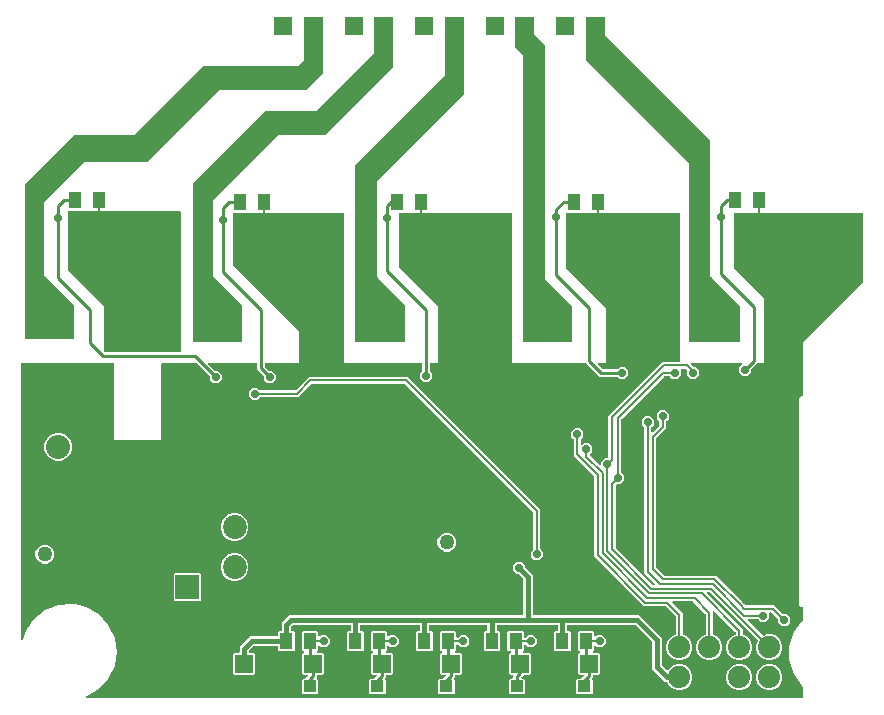
<source format=gbr>
G04 EAGLE Gerber RS-274X export*
G75*
%MOMM*%
%FSLAX34Y34*%
%LPD*%
%INBottom Copper*%
%IPPOS*%
%AMOC8*
5,1,8,0,0,1.08239X$1,22.5*%
G01*
%ADD10R,1.524000X1.524000*%
%ADD11R,2.025000X2.025000*%
%ADD12C,2.025000*%
%ADD13R,1.100000X1.400000*%
%ADD14C,1.879600*%
%ADD15R,2.032000X2.032000*%
%ADD16C,2.032000*%
%ADD17R,1.100000X1.000000*%
%ADD18C,1.275000*%
%ADD19C,0.756400*%
%ADD20C,0.706400*%
%ADD21C,0.200000*%
%ADD22C,0.254000*%
%ADD23C,0.406400*%

G36*
X715548Y355062D02*
X715548Y355062D01*
X715601Y355136D01*
X715661Y355205D01*
X715673Y355235D01*
X715692Y355261D01*
X715719Y355348D01*
X715753Y355433D01*
X715757Y355474D01*
X715764Y355497D01*
X715763Y355529D01*
X715771Y355600D01*
X715771Y412750D01*
X715768Y412770D01*
X715770Y412789D01*
X715748Y412891D01*
X715732Y412993D01*
X715722Y413010D01*
X715718Y413030D01*
X715665Y413119D01*
X715616Y413210D01*
X715602Y413224D01*
X715592Y413241D01*
X715513Y413308D01*
X715438Y413380D01*
X715420Y413388D01*
X715405Y413401D01*
X715309Y413440D01*
X715215Y413483D01*
X715195Y413485D01*
X715177Y413493D01*
X715010Y413511D01*
X607060Y413511D01*
X607040Y413508D01*
X607021Y413510D01*
X606919Y413488D01*
X606817Y413472D01*
X606800Y413462D01*
X606780Y413458D01*
X606691Y413405D01*
X606600Y413356D01*
X606586Y413342D01*
X606569Y413332D01*
X606502Y413253D01*
X606431Y413178D01*
X606422Y413160D01*
X606409Y413145D01*
X606370Y413049D01*
X606327Y412955D01*
X606325Y412935D01*
X606317Y412917D01*
X606299Y412750D01*
X606299Y367030D01*
X606314Y366940D01*
X606321Y366849D01*
X606333Y366819D01*
X606339Y366787D01*
X606381Y366707D01*
X606417Y366623D01*
X606443Y366591D01*
X606454Y366570D01*
X606477Y366548D01*
X606522Y366492D01*
X631699Y341315D01*
X631699Y286511D01*
X626732Y286511D01*
X626642Y286497D01*
X626551Y286489D01*
X626521Y286477D01*
X626489Y286472D01*
X626409Y286429D01*
X626325Y286393D01*
X626293Y286367D01*
X626272Y286356D01*
X626250Y286333D01*
X626194Y286288D01*
X621230Y281324D01*
X621177Y281250D01*
X621117Y281181D01*
X621105Y281151D01*
X621086Y281124D01*
X621059Y281037D01*
X621025Y280953D01*
X621021Y280912D01*
X621014Y280889D01*
X621015Y280857D01*
X621007Y280786D01*
X621007Y278575D01*
X618045Y275613D01*
X613855Y275613D01*
X610893Y278575D01*
X610893Y282765D01*
X613340Y285212D01*
X613382Y285270D01*
X613432Y285322D01*
X613454Y285369D01*
X613484Y285411D01*
X613505Y285480D01*
X613535Y285545D01*
X613541Y285597D01*
X613556Y285647D01*
X613554Y285718D01*
X613562Y285789D01*
X613551Y285840D01*
X613550Y285892D01*
X613525Y285960D01*
X613510Y286030D01*
X613483Y286074D01*
X613466Y286123D01*
X613421Y286179D01*
X613384Y286241D01*
X613344Y286275D01*
X613312Y286315D01*
X613252Y286354D01*
X613197Y286401D01*
X613149Y286420D01*
X613105Y286448D01*
X613035Y286466D01*
X612969Y286493D01*
X612898Y286501D01*
X612866Y286509D01*
X612843Y286507D01*
X612802Y286511D01*
X570470Y286511D01*
X570400Y286500D01*
X570328Y286498D01*
X570279Y286480D01*
X570227Y286472D01*
X570164Y286438D01*
X570097Y286413D01*
X570056Y286381D01*
X570010Y286356D01*
X569961Y286305D01*
X569905Y286260D01*
X569877Y286216D01*
X569841Y286178D01*
X569811Y286113D01*
X569772Y286053D01*
X569759Y286002D01*
X569737Y285955D01*
X569729Y285884D01*
X569712Y285814D01*
X569716Y285762D01*
X569710Y285711D01*
X569725Y285640D01*
X569731Y285569D01*
X569751Y285521D01*
X569762Y285470D01*
X569799Y285409D01*
X569827Y285343D01*
X569872Y285287D01*
X569888Y285259D01*
X569906Y285244D01*
X569932Y285212D01*
X571734Y283410D01*
X571808Y283357D01*
X571877Y283297D01*
X571908Y283285D01*
X571934Y283266D01*
X572021Y283239D01*
X572106Y283205D01*
X572146Y283201D01*
X572169Y283194D01*
X572201Y283195D01*
X572272Y283187D01*
X573595Y283187D01*
X576557Y280225D01*
X576557Y276035D01*
X573595Y273073D01*
X569405Y273073D01*
X566443Y276035D01*
X566443Y279898D01*
X566429Y279988D01*
X566421Y280079D01*
X566409Y280109D01*
X566404Y280140D01*
X566361Y280221D01*
X566325Y280305D01*
X566299Y280337D01*
X566288Y280358D01*
X566265Y280380D01*
X566220Y280436D01*
X565400Y281256D01*
X565326Y281309D01*
X565257Y281369D01*
X565226Y281381D01*
X565200Y281400D01*
X565113Y281427D01*
X565028Y281461D01*
X564988Y281465D01*
X564965Y281472D01*
X564933Y281471D01*
X564862Y281479D01*
X561900Y281479D01*
X561829Y281468D01*
X561757Y281466D01*
X561708Y281448D01*
X561657Y281440D01*
X561594Y281406D01*
X561526Y281381D01*
X561486Y281349D01*
X561440Y281324D01*
X561390Y281272D01*
X561334Y281228D01*
X561306Y281184D01*
X561270Y281146D01*
X561240Y281081D01*
X561201Y281021D01*
X561189Y280970D01*
X561167Y280923D01*
X561159Y280852D01*
X561141Y280782D01*
X561145Y280730D01*
X561140Y280679D01*
X561155Y280608D01*
X561160Y280537D01*
X561181Y280489D01*
X561192Y280438D01*
X561229Y280377D01*
X561257Y280311D01*
X561302Y280255D01*
X561317Y280229D01*
X561317Y276035D01*
X558355Y273073D01*
X554165Y273073D01*
X552332Y274906D01*
X552258Y274959D01*
X552189Y275019D01*
X552159Y275031D01*
X552133Y275050D01*
X552046Y275077D01*
X551961Y275111D01*
X551920Y275115D01*
X551898Y275122D01*
X551865Y275121D01*
X551794Y275129D01*
X547658Y275129D01*
X547568Y275115D01*
X547477Y275107D01*
X547447Y275095D01*
X547416Y275090D01*
X547335Y275047D01*
X547251Y275011D01*
X547219Y274985D01*
X547198Y274974D01*
X547176Y274951D01*
X547120Y274906D01*
X511224Y239010D01*
X511171Y238936D01*
X511111Y238867D01*
X511099Y238836D01*
X511080Y238810D01*
X511053Y238723D01*
X511019Y238638D01*
X511015Y238598D01*
X511008Y238575D01*
X511009Y238543D01*
X511001Y238472D01*
X511001Y193696D01*
X511015Y193606D01*
X511023Y193515D01*
X511035Y193485D01*
X511040Y193453D01*
X511083Y193372D01*
X511119Y193289D01*
X511145Y193256D01*
X511156Y193236D01*
X511179Y193214D01*
X511224Y193158D01*
X513057Y191325D01*
X513057Y187135D01*
X510095Y184173D01*
X507502Y184173D01*
X507412Y184159D01*
X507321Y184151D01*
X507291Y184139D01*
X507260Y184134D01*
X507179Y184091D01*
X507095Y184055D01*
X507063Y184029D01*
X507042Y184018D01*
X507020Y183995D01*
X506964Y183950D01*
X506334Y183320D01*
X506281Y183246D01*
X506221Y183177D01*
X506209Y183146D01*
X506190Y183120D01*
X506163Y183033D01*
X506129Y182948D01*
X506125Y182908D01*
X506118Y182885D01*
X506119Y182853D01*
X506111Y182782D01*
X506111Y130215D01*
X506125Y130125D01*
X506133Y130034D01*
X506145Y130004D01*
X506150Y129972D01*
X506193Y129892D01*
X506229Y129808D01*
X506255Y129776D01*
X506266Y129755D01*
X506289Y129733D01*
X506334Y129677D01*
X537347Y98664D01*
X537421Y98611D01*
X537490Y98551D01*
X537520Y98539D01*
X537547Y98520D01*
X537634Y98493D01*
X537718Y98459D01*
X537759Y98455D01*
X537782Y98448D01*
X537814Y98449D01*
X537885Y98441D01*
X538478Y98441D01*
X538549Y98452D01*
X538620Y98454D01*
X538669Y98472D01*
X538721Y98480D01*
X538784Y98514D01*
X538851Y98539D01*
X538892Y98571D01*
X538938Y98596D01*
X538987Y98648D01*
X539043Y98692D01*
X539071Y98736D01*
X539107Y98774D01*
X539137Y98839D01*
X539176Y98899D01*
X539189Y98950D01*
X539211Y98997D01*
X539219Y99068D01*
X539236Y99138D01*
X539232Y99190D01*
X539238Y99241D01*
X539223Y99312D01*
X539217Y99383D01*
X539197Y99431D01*
X539186Y99482D01*
X539149Y99543D01*
X539121Y99609D01*
X539076Y99665D01*
X539060Y99693D01*
X539042Y99708D01*
X539016Y99740D01*
X530399Y108357D01*
X530399Y231754D01*
X530385Y231844D01*
X530377Y231935D01*
X530365Y231965D01*
X530360Y231997D01*
X530317Y232078D01*
X530281Y232161D01*
X530255Y232194D01*
X530244Y232214D01*
X530221Y232236D01*
X530176Y232292D01*
X528343Y234125D01*
X528343Y238315D01*
X531305Y241277D01*
X535495Y241277D01*
X538457Y238315D01*
X538457Y234125D01*
X536624Y232292D01*
X536571Y232218D01*
X536511Y232149D01*
X536499Y232119D01*
X536480Y232093D01*
X536453Y232006D01*
X536419Y231921D01*
X536415Y231880D01*
X536408Y231858D01*
X536409Y231825D01*
X536401Y231754D01*
X536401Y228792D01*
X536412Y228721D01*
X536414Y228650D01*
X536432Y228601D01*
X536440Y228549D01*
X536474Y228486D01*
X536499Y228419D01*
X536531Y228378D01*
X536556Y228332D01*
X536608Y228283D01*
X536652Y228227D01*
X536696Y228199D01*
X536734Y228163D01*
X536799Y228133D01*
X536859Y228094D01*
X536910Y228081D01*
X536957Y228059D01*
X537028Y228051D01*
X537098Y228034D01*
X537150Y228038D01*
X537201Y228032D01*
X537272Y228047D01*
X537343Y228053D01*
X537391Y228073D01*
X537442Y228084D01*
X537503Y228121D01*
X537569Y228149D01*
X537625Y228194D01*
X537653Y228210D01*
X537668Y228228D01*
X537700Y228254D01*
X542876Y233430D01*
X542929Y233504D01*
X542989Y233573D01*
X543001Y233604D01*
X543020Y233630D01*
X543047Y233717D01*
X543081Y233802D01*
X543085Y233842D01*
X543092Y233865D01*
X543091Y233897D01*
X543099Y233968D01*
X543099Y236834D01*
X543085Y236924D01*
X543077Y237015D01*
X543065Y237045D01*
X543060Y237077D01*
X543017Y237158D01*
X542981Y237241D01*
X542955Y237274D01*
X542944Y237294D01*
X542921Y237316D01*
X542876Y237372D01*
X541043Y239205D01*
X541043Y243395D01*
X544005Y246357D01*
X548195Y246357D01*
X551157Y243395D01*
X551157Y239205D01*
X549324Y237372D01*
X549271Y237298D01*
X549211Y237229D01*
X549199Y237199D01*
X549180Y237173D01*
X549153Y237086D01*
X549119Y237001D01*
X549115Y236960D01*
X549108Y236938D01*
X549109Y236905D01*
X549101Y236834D01*
X549101Y231167D01*
X540624Y222690D01*
X540571Y222616D01*
X540511Y222547D01*
X540499Y222516D01*
X540480Y222490D01*
X540453Y222403D01*
X540419Y222318D01*
X540415Y222278D01*
X540408Y222255D01*
X540409Y222223D01*
X540401Y222152D01*
X540401Y113698D01*
X540415Y113608D01*
X540423Y113517D01*
X540435Y113487D01*
X540440Y113456D01*
X540483Y113375D01*
X540519Y113291D01*
X540545Y113259D01*
X540556Y113238D01*
X540579Y113216D01*
X540624Y113160D01*
X547120Y106664D01*
X547194Y106611D01*
X547263Y106551D01*
X547294Y106539D01*
X547320Y106520D01*
X547407Y106493D01*
X547492Y106459D01*
X547532Y106455D01*
X547555Y106448D01*
X547587Y106449D01*
X547658Y106441D01*
X591107Y106441D01*
X613044Y84504D01*
X613118Y84451D01*
X613187Y84391D01*
X613217Y84379D01*
X613243Y84360D01*
X613330Y84333D01*
X615180Y82484D01*
X615180Y82479D01*
X615223Y82399D01*
X615259Y82315D01*
X615285Y82283D01*
X615296Y82262D01*
X615319Y82240D01*
X615364Y82184D01*
X615878Y81670D01*
X615952Y81617D01*
X616021Y81557D01*
X616051Y81545D01*
X616077Y81526D01*
X616164Y81499D01*
X616249Y81465D01*
X616290Y81461D01*
X616313Y81454D01*
X616345Y81455D01*
X616416Y81447D01*
X640347Y81447D01*
X647934Y73860D01*
X648008Y73807D01*
X648077Y73747D01*
X648108Y73735D01*
X648134Y73716D01*
X648221Y73689D01*
X648306Y73655D01*
X648346Y73651D01*
X648369Y73644D01*
X648401Y73645D01*
X648472Y73637D01*
X651065Y73637D01*
X654027Y70675D01*
X654027Y66485D01*
X651065Y63523D01*
X646875Y63523D01*
X643913Y66485D01*
X643913Y69078D01*
X643899Y69168D01*
X643891Y69259D01*
X643879Y69289D01*
X643874Y69320D01*
X643831Y69401D01*
X643795Y69485D01*
X643769Y69517D01*
X643758Y69538D01*
X643735Y69560D01*
X643690Y69616D01*
X638084Y75222D01*
X638010Y75275D01*
X637941Y75335D01*
X637910Y75347D01*
X637884Y75366D01*
X637797Y75393D01*
X637712Y75427D01*
X637672Y75431D01*
X637649Y75438D01*
X637617Y75437D01*
X637546Y75445D01*
X637008Y75445D01*
X636988Y75442D01*
X636969Y75444D01*
X636867Y75422D01*
X636765Y75406D01*
X636748Y75396D01*
X636728Y75392D01*
X636639Y75339D01*
X636548Y75290D01*
X636534Y75276D01*
X636517Y75266D01*
X636450Y75187D01*
X636378Y75112D01*
X636370Y75094D01*
X636357Y75079D01*
X636318Y74983D01*
X636275Y74889D01*
X636273Y74869D01*
X636265Y74851D01*
X636247Y74684D01*
X636247Y70295D01*
X633285Y67333D01*
X629095Y67333D01*
X627262Y69166D01*
X627188Y69219D01*
X627119Y69279D01*
X627089Y69291D01*
X627063Y69310D01*
X626976Y69337D01*
X626891Y69371D01*
X626850Y69375D01*
X626828Y69382D01*
X626795Y69381D01*
X626724Y69389D01*
X618682Y69389D01*
X618611Y69378D01*
X618540Y69376D01*
X618491Y69358D01*
X618439Y69350D01*
X618376Y69316D01*
X618309Y69291D01*
X618268Y69259D01*
X618222Y69234D01*
X618173Y69182D01*
X618117Y69138D01*
X618089Y69094D01*
X618053Y69056D01*
X618023Y68991D01*
X617984Y68931D01*
X617971Y68880D01*
X617949Y68833D01*
X617941Y68762D01*
X617924Y68692D01*
X617928Y68640D01*
X617922Y68589D01*
X617937Y68518D01*
X617943Y68447D01*
X617963Y68399D01*
X617974Y68348D01*
X618011Y68287D01*
X618039Y68221D01*
X618084Y68165D01*
X618100Y68137D01*
X618118Y68122D01*
X618144Y68090D01*
X630551Y55683D01*
X630645Y55615D01*
X630740Y55545D01*
X630746Y55543D01*
X630751Y55539D01*
X630862Y55505D01*
X630974Y55468D01*
X630980Y55468D01*
X630986Y55467D01*
X631103Y55470D01*
X631220Y55471D01*
X631227Y55473D01*
X631232Y55473D01*
X631249Y55479D01*
X631381Y55517D01*
X634097Y56643D01*
X638443Y56643D01*
X642457Y54980D01*
X645530Y51907D01*
X647193Y47893D01*
X647193Y43547D01*
X645530Y39533D01*
X642457Y36460D01*
X638443Y34797D01*
X634097Y34797D01*
X630083Y36460D01*
X627010Y39533D01*
X625347Y43547D01*
X625347Y47893D01*
X626473Y50609D01*
X626499Y50723D01*
X626528Y50836D01*
X626527Y50843D01*
X626529Y50849D01*
X626518Y50965D01*
X626509Y51082D01*
X626506Y51087D01*
X626506Y51094D01*
X626458Y51201D01*
X626412Y51308D01*
X626408Y51314D01*
X626406Y51318D01*
X626393Y51332D01*
X626307Y51439D01*
X585530Y92216D01*
X585456Y92269D01*
X585387Y92329D01*
X585356Y92341D01*
X585330Y92360D01*
X585243Y92387D01*
X585158Y92421D01*
X585118Y92425D01*
X585095Y92432D01*
X585063Y92431D01*
X584992Y92439D01*
X584202Y92439D01*
X584131Y92428D01*
X584060Y92426D01*
X584011Y92408D01*
X583959Y92400D01*
X583896Y92366D01*
X583829Y92341D01*
X583788Y92309D01*
X583742Y92284D01*
X583693Y92232D01*
X583637Y92188D01*
X583609Y92144D01*
X583573Y92106D01*
X583543Y92041D01*
X583504Y91981D01*
X583491Y91930D01*
X583469Y91883D01*
X583461Y91812D01*
X583444Y91742D01*
X583448Y91690D01*
X583442Y91639D01*
X583457Y91568D01*
X583463Y91497D01*
X583483Y91449D01*
X583494Y91398D01*
X583531Y91337D01*
X583559Y91271D01*
X583604Y91215D01*
X583620Y91187D01*
X583638Y91172D01*
X583664Y91140D01*
X613871Y60933D01*
X613871Y56808D01*
X613874Y56790D01*
X613872Y56772D01*
X613891Y56683D01*
X613907Y56577D01*
X613909Y56572D01*
X613910Y56566D01*
X613921Y56546D01*
X613924Y56532D01*
X613963Y56466D01*
X613965Y56463D01*
X614018Y56358D01*
X614023Y56354D01*
X614026Y56348D01*
X614044Y56331D01*
X614050Y56321D01*
X614096Y56281D01*
X614110Y56268D01*
X614194Y56186D01*
X614200Y56182D01*
X614204Y56179D01*
X614221Y56171D01*
X614232Y56165D01*
X614237Y56161D01*
X614247Y56157D01*
X614341Y56105D01*
X617057Y54980D01*
X620130Y51907D01*
X621793Y47893D01*
X621793Y43547D01*
X620130Y39533D01*
X617057Y36460D01*
X613043Y34797D01*
X608697Y34797D01*
X604683Y36460D01*
X601610Y39533D01*
X599947Y43547D01*
X599947Y47893D01*
X601610Y51907D01*
X604683Y54980D01*
X607399Y56105D01*
X607499Y56167D01*
X607522Y56180D01*
X607568Y56205D01*
X607575Y56212D01*
X607599Y56227D01*
X607603Y56231D01*
X607608Y56235D01*
X607683Y56324D01*
X607693Y56336D01*
X607738Y56383D01*
X607743Y56395D01*
X607759Y56414D01*
X607761Y56419D01*
X607765Y56424D01*
X607807Y56532D01*
X607807Y56533D01*
X607841Y56606D01*
X607843Y56622D01*
X607851Y56642D01*
X607852Y56649D01*
X607853Y56654D01*
X607854Y56672D01*
X607869Y56808D01*
X607869Y58132D01*
X607855Y58222D01*
X607847Y58313D01*
X607835Y58343D01*
X607830Y58374D01*
X607787Y58455D01*
X607751Y58539D01*
X607725Y58571D01*
X607714Y58592D01*
X607691Y58614D01*
X607646Y58670D01*
X589770Y76546D01*
X589712Y76588D01*
X589660Y76637D01*
X589613Y76659D01*
X589571Y76690D01*
X589502Y76711D01*
X589437Y76741D01*
X589385Y76747D01*
X589335Y76762D01*
X589264Y76760D01*
X589193Y76768D01*
X589142Y76757D01*
X589090Y76756D01*
X589022Y76731D01*
X588952Y76716D01*
X588907Y76689D01*
X588859Y76671D01*
X588803Y76626D01*
X588741Y76590D01*
X588707Y76550D01*
X588667Y76517D01*
X588628Y76457D01*
X588581Y76403D01*
X588562Y76354D01*
X588534Y76311D01*
X588516Y76241D01*
X588489Y76175D01*
X588481Y76103D01*
X588473Y76072D01*
X588475Y76049D01*
X588471Y76008D01*
X588471Y56808D01*
X588474Y56790D01*
X588472Y56772D01*
X588491Y56683D01*
X588507Y56577D01*
X588509Y56572D01*
X588510Y56566D01*
X588521Y56546D01*
X588524Y56532D01*
X588563Y56466D01*
X588565Y56463D01*
X588618Y56358D01*
X588623Y56354D01*
X588626Y56348D01*
X588644Y56331D01*
X588650Y56321D01*
X588696Y56281D01*
X588710Y56268D01*
X588794Y56186D01*
X588800Y56182D01*
X588804Y56179D01*
X588821Y56171D01*
X588832Y56165D01*
X588837Y56161D01*
X588847Y56157D01*
X588941Y56105D01*
X591657Y54980D01*
X594730Y51907D01*
X596393Y47893D01*
X596393Y43547D01*
X594730Y39533D01*
X591657Y36460D01*
X587643Y34797D01*
X583297Y34797D01*
X579283Y36460D01*
X576210Y39533D01*
X574547Y43547D01*
X574547Y47893D01*
X576210Y51907D01*
X579283Y54980D01*
X581999Y56105D01*
X582099Y56167D01*
X582122Y56180D01*
X582168Y56205D01*
X582175Y56212D01*
X582199Y56227D01*
X582203Y56231D01*
X582208Y56235D01*
X582283Y56324D01*
X582293Y56336D01*
X582338Y56383D01*
X582343Y56395D01*
X582359Y56414D01*
X582361Y56419D01*
X582365Y56424D01*
X582407Y56532D01*
X582407Y56533D01*
X582441Y56606D01*
X582443Y56622D01*
X582451Y56642D01*
X582452Y56649D01*
X582453Y56654D01*
X582454Y56672D01*
X582469Y56808D01*
X582469Y73372D01*
X582455Y73462D01*
X582447Y73553D01*
X582435Y73583D01*
X582430Y73614D01*
X582387Y73695D01*
X582351Y73779D01*
X582325Y73811D01*
X582314Y73832D01*
X582291Y73854D01*
X582246Y73910D01*
X571940Y84216D01*
X571866Y84269D01*
X571797Y84329D01*
X571766Y84341D01*
X571740Y84360D01*
X571653Y84387D01*
X571568Y84421D01*
X571528Y84425D01*
X571505Y84432D01*
X571473Y84431D01*
X571402Y84439D01*
X554992Y84439D01*
X554921Y84428D01*
X554850Y84426D01*
X554801Y84408D01*
X554749Y84400D01*
X554686Y84366D01*
X554619Y84341D01*
X554578Y84309D01*
X554532Y84284D01*
X554483Y84232D01*
X554427Y84188D01*
X554399Y84144D01*
X554363Y84106D01*
X554333Y84041D01*
X554294Y83981D01*
X554281Y83930D01*
X554259Y83883D01*
X554251Y83812D01*
X554234Y83742D01*
X554238Y83690D01*
X554232Y83639D01*
X554247Y83568D01*
X554253Y83497D01*
X554273Y83449D01*
X554284Y83398D01*
X554321Y83337D01*
X554349Y83271D01*
X554394Y83215D01*
X554410Y83187D01*
X554428Y83172D01*
X554454Y83140D01*
X561090Y76504D01*
X563071Y74523D01*
X563071Y56808D01*
X563074Y56790D01*
X563072Y56772D01*
X563091Y56683D01*
X563107Y56577D01*
X563109Y56572D01*
X563110Y56566D01*
X563121Y56546D01*
X563124Y56532D01*
X563163Y56466D01*
X563165Y56463D01*
X563218Y56358D01*
X563223Y56354D01*
X563226Y56348D01*
X563244Y56331D01*
X563250Y56321D01*
X563296Y56281D01*
X563310Y56268D01*
X563394Y56186D01*
X563400Y56182D01*
X563404Y56179D01*
X563421Y56171D01*
X563432Y56165D01*
X563437Y56161D01*
X563447Y56157D01*
X563541Y56105D01*
X566257Y54980D01*
X569330Y51907D01*
X570993Y47893D01*
X570993Y43547D01*
X569330Y39533D01*
X566257Y36460D01*
X562243Y34797D01*
X557897Y34797D01*
X553883Y36460D01*
X550810Y39533D01*
X549147Y43547D01*
X549147Y47893D01*
X550810Y51907D01*
X553883Y54980D01*
X556599Y56105D01*
X556699Y56167D01*
X556722Y56180D01*
X556768Y56205D01*
X556775Y56212D01*
X556799Y56227D01*
X556803Y56231D01*
X556808Y56235D01*
X556883Y56324D01*
X556893Y56336D01*
X556938Y56383D01*
X556943Y56395D01*
X556959Y56414D01*
X556961Y56419D01*
X556965Y56424D01*
X557007Y56532D01*
X557007Y56533D01*
X557041Y56606D01*
X557043Y56622D01*
X557051Y56642D01*
X557052Y56649D01*
X557053Y56654D01*
X557054Y56672D01*
X557069Y56808D01*
X557069Y71722D01*
X557055Y71812D01*
X557047Y71903D01*
X557035Y71933D01*
X557030Y71964D01*
X556987Y72045D01*
X556951Y72129D01*
X556925Y72161D01*
X556914Y72182D01*
X556891Y72204D01*
X556846Y72260D01*
X548890Y80216D01*
X548816Y80269D01*
X548747Y80329D01*
X548716Y80341D01*
X548690Y80360D01*
X548603Y80387D01*
X548518Y80421D01*
X548478Y80425D01*
X548455Y80432D01*
X548423Y80431D01*
X548352Y80439D01*
X530113Y80439D01*
X488109Y122443D01*
X488109Y190015D01*
X488095Y190105D01*
X488087Y190196D01*
X488075Y190226D01*
X488070Y190258D01*
X488027Y190338D01*
X487991Y190422D01*
X487965Y190454D01*
X487954Y190475D01*
X487931Y190497D01*
X487922Y190509D01*
X487914Y190521D01*
X487906Y190528D01*
X487886Y190553D01*
X470709Y207730D01*
X470709Y221594D01*
X470695Y221684D01*
X470687Y221775D01*
X470675Y221805D01*
X470670Y221837D01*
X470627Y221918D01*
X470591Y222001D01*
X470565Y222034D01*
X470554Y222054D01*
X470531Y222076D01*
X470486Y222132D01*
X468653Y223965D01*
X468653Y228155D01*
X471615Y231117D01*
X475805Y231117D01*
X478767Y228155D01*
X478767Y223965D01*
X476934Y222132D01*
X476881Y222058D01*
X476821Y221989D01*
X476809Y221959D01*
X476790Y221933D01*
X476763Y221846D01*
X476729Y221761D01*
X476725Y221720D01*
X476718Y221698D01*
X476719Y221665D01*
X476711Y221594D01*
X476711Y217730D01*
X476722Y217659D01*
X476724Y217587D01*
X476742Y217538D01*
X476750Y217487D01*
X476784Y217424D01*
X476809Y217356D01*
X476841Y217316D01*
X476866Y217270D01*
X476918Y217220D01*
X476962Y217164D01*
X477006Y217136D01*
X477044Y217100D01*
X477109Y217070D01*
X477169Y217031D01*
X477220Y217019D01*
X477267Y216997D01*
X477338Y216989D01*
X477408Y216971D01*
X477460Y216975D01*
X477511Y216970D01*
X477582Y216985D01*
X477653Y216990D01*
X477701Y217011D01*
X477752Y217022D01*
X477813Y217059D01*
X477879Y217087D01*
X477935Y217132D01*
X477963Y217148D01*
X477978Y217166D01*
X478010Y217192D01*
X479235Y218417D01*
X483425Y218417D01*
X486387Y215455D01*
X486387Y211265D01*
X484554Y209432D01*
X484501Y209358D01*
X484441Y209289D01*
X484429Y209259D01*
X484410Y209233D01*
X484383Y209146D01*
X484349Y209061D01*
X484345Y209020D01*
X484338Y208998D01*
X484339Y208965D01*
X484331Y208894D01*
X484331Y208568D01*
X484345Y208478D01*
X484353Y208387D01*
X484365Y208357D01*
X484370Y208326D01*
X484413Y208245D01*
X484449Y208161D01*
X484475Y208129D01*
X484486Y208108D01*
X484509Y208086D01*
X484554Y208030D01*
X492754Y199830D01*
X492812Y199788D01*
X492864Y199739D01*
X492911Y199717D01*
X492953Y199686D01*
X493022Y199665D01*
X493087Y199635D01*
X493139Y199629D01*
X493189Y199614D01*
X493260Y199616D01*
X493331Y199608D01*
X493382Y199619D01*
X493434Y199620D01*
X493502Y199645D01*
X493572Y199660D01*
X493617Y199687D01*
X493665Y199705D01*
X493721Y199750D01*
X493783Y199786D01*
X493817Y199826D01*
X493857Y199859D01*
X493896Y199919D01*
X493943Y199973D01*
X493962Y200022D01*
X493990Y200065D01*
X494008Y200135D01*
X494035Y200201D01*
X494043Y200273D01*
X494051Y200304D01*
X494049Y200327D01*
X494053Y200368D01*
X494053Y202755D01*
X497015Y205717D01*
X499158Y205717D01*
X499178Y205720D01*
X499197Y205718D01*
X499299Y205740D01*
X499401Y205756D01*
X499418Y205766D01*
X499438Y205770D01*
X499527Y205823D01*
X499618Y205872D01*
X499632Y205886D01*
X499649Y205896D01*
X499716Y205975D01*
X499788Y206050D01*
X499796Y206068D01*
X499809Y206083D01*
X499848Y206179D01*
X499891Y206273D01*
X499893Y206293D01*
X499901Y206311D01*
X499919Y206478D01*
X499919Y241850D01*
X545550Y287481D01*
X560070Y287481D01*
X560090Y287484D01*
X560109Y287482D01*
X560211Y287504D01*
X560313Y287520D01*
X560330Y287530D01*
X560350Y287534D01*
X560439Y287587D01*
X560530Y287636D01*
X560544Y287650D01*
X560561Y287660D01*
X560628Y287739D01*
X560700Y287814D01*
X560708Y287832D01*
X560721Y287847D01*
X560760Y287943D01*
X560803Y288037D01*
X560805Y288057D01*
X560813Y288075D01*
X560831Y288242D01*
X560831Y412750D01*
X560828Y412770D01*
X560830Y412789D01*
X560808Y412891D01*
X560792Y412993D01*
X560782Y413010D01*
X560778Y413030D01*
X560725Y413119D01*
X560676Y413210D01*
X560662Y413224D01*
X560652Y413241D01*
X560573Y413308D01*
X560498Y413380D01*
X560480Y413388D01*
X560465Y413401D01*
X560369Y413440D01*
X560275Y413483D01*
X560255Y413485D01*
X560237Y413493D01*
X560070Y413511D01*
X464820Y413511D01*
X464800Y413508D01*
X464781Y413510D01*
X464679Y413488D01*
X464577Y413472D01*
X464560Y413462D01*
X464540Y413458D01*
X464451Y413405D01*
X464360Y413356D01*
X464346Y413342D01*
X464329Y413332D01*
X464262Y413253D01*
X464191Y413178D01*
X464182Y413160D01*
X464169Y413145D01*
X464130Y413049D01*
X464087Y412955D01*
X464085Y412935D01*
X464077Y412917D01*
X464059Y412750D01*
X464059Y367030D01*
X464074Y366940D01*
X464081Y366849D01*
X464093Y366819D01*
X464099Y366787D01*
X464141Y366707D01*
X464177Y366623D01*
X464203Y366591D01*
X464214Y366570D01*
X464237Y366548D01*
X464282Y366492D01*
X498349Y332425D01*
X498349Y286511D01*
X492112Y286511D01*
X492041Y286500D01*
X491970Y286498D01*
X491921Y286480D01*
X491869Y286472D01*
X491806Y286438D01*
X491739Y286413D01*
X491698Y286381D01*
X491652Y286356D01*
X491603Y286305D01*
X491547Y286260D01*
X491518Y286216D01*
X491483Y286178D01*
X491452Y286113D01*
X491414Y286053D01*
X491401Y286002D01*
X491379Y285955D01*
X491371Y285884D01*
X491354Y285814D01*
X491358Y285762D01*
X491352Y285711D01*
X491367Y285640D01*
X491373Y285569D01*
X491393Y285521D01*
X491404Y285470D01*
X491441Y285409D01*
X491469Y285343D01*
X491514Y285287D01*
X491530Y285259D01*
X491548Y285244D01*
X491574Y285212D01*
X495162Y281624D01*
X495236Y281571D01*
X495305Y281511D01*
X495335Y281499D01*
X495362Y281480D01*
X495449Y281453D01*
X495533Y281419D01*
X495574Y281415D01*
X495597Y281408D01*
X495629Y281409D01*
X495700Y281401D01*
X507614Y281401D01*
X507704Y281415D01*
X507795Y281423D01*
X507825Y281435D01*
X507857Y281440D01*
X507938Y281483D01*
X508021Y281519D01*
X508054Y281545D01*
X508074Y281556D01*
X508096Y281579D01*
X508152Y281624D01*
X509715Y283187D01*
X513905Y283187D01*
X516867Y280225D01*
X516867Y276035D01*
X513905Y273073D01*
X509715Y273073D01*
X508152Y274636D01*
X508078Y274689D01*
X508009Y274749D01*
X507979Y274761D01*
X507953Y274780D01*
X507866Y274807D01*
X507781Y274841D01*
X507740Y274845D01*
X507718Y274852D01*
X507685Y274851D01*
X507614Y274859D01*
X492675Y274859D01*
X490536Y276998D01*
X481246Y286288D01*
X481172Y286341D01*
X481103Y286401D01*
X481073Y286413D01*
X481046Y286432D01*
X480959Y286459D01*
X480875Y286493D01*
X480834Y286497D01*
X480811Y286504D01*
X480779Y286503D01*
X480708Y286511D01*
X418591Y286511D01*
X418591Y412750D01*
X418588Y412770D01*
X418590Y412789D01*
X418568Y412891D01*
X418552Y412993D01*
X418542Y413010D01*
X418538Y413030D01*
X418485Y413119D01*
X418436Y413210D01*
X418422Y413224D01*
X418412Y413241D01*
X418333Y413308D01*
X418258Y413380D01*
X418240Y413388D01*
X418225Y413401D01*
X418129Y413440D01*
X418035Y413483D01*
X418015Y413485D01*
X417997Y413493D01*
X417830Y413511D01*
X323850Y413511D01*
X323830Y413508D01*
X323811Y413510D01*
X323709Y413488D01*
X323607Y413472D01*
X323590Y413462D01*
X323570Y413458D01*
X323481Y413405D01*
X323390Y413356D01*
X323376Y413342D01*
X323359Y413332D01*
X323292Y413253D01*
X323221Y413178D01*
X323212Y413160D01*
X323199Y413145D01*
X323160Y413049D01*
X323117Y412955D01*
X323115Y412935D01*
X323107Y412917D01*
X323089Y412750D01*
X323089Y367030D01*
X323104Y366940D01*
X323111Y366849D01*
X323123Y366819D01*
X323129Y366787D01*
X323171Y366707D01*
X323207Y366623D01*
X323233Y366591D01*
X323244Y366570D01*
X323267Y366548D01*
X323312Y366492D01*
X356109Y333695D01*
X356109Y286511D01*
X349472Y286511D01*
X349452Y286508D01*
X349433Y286510D01*
X349331Y286488D01*
X349229Y286472D01*
X349212Y286462D01*
X349192Y286458D01*
X349103Y286405D01*
X349012Y286356D01*
X348998Y286342D01*
X348981Y286332D01*
X348914Y286253D01*
X348842Y286178D01*
X348834Y286160D01*
X348821Y286145D01*
X348782Y286049D01*
X348739Y285955D01*
X348737Y285935D01*
X348729Y285917D01*
X348711Y285750D01*
X348711Y279786D01*
X348725Y279696D01*
X348733Y279605D01*
X348745Y279575D01*
X348750Y279543D01*
X348793Y279462D01*
X348829Y279379D01*
X348855Y279346D01*
X348866Y279326D01*
X348889Y279304D01*
X348934Y279248D01*
X350497Y277685D01*
X350497Y273495D01*
X347535Y270533D01*
X343345Y270533D01*
X340383Y273495D01*
X340383Y277685D01*
X341946Y279248D01*
X341999Y279322D01*
X342059Y279391D01*
X342071Y279421D01*
X342090Y279447D01*
X342117Y279534D01*
X342151Y279619D01*
X342155Y279660D01*
X342162Y279682D01*
X342161Y279715D01*
X342169Y279786D01*
X342169Y285750D01*
X342166Y285770D01*
X342168Y285789D01*
X342146Y285891D01*
X342130Y285993D01*
X342120Y286010D01*
X342116Y286030D01*
X342063Y286119D01*
X342014Y286210D01*
X342000Y286224D01*
X341990Y286241D01*
X341911Y286308D01*
X341836Y286380D01*
X341818Y286388D01*
X341803Y286401D01*
X341707Y286440D01*
X341613Y286483D01*
X341593Y286485D01*
X341575Y286493D01*
X341408Y286511D01*
X276351Y286511D01*
X276351Y412750D01*
X276348Y412770D01*
X276350Y412789D01*
X276328Y412891D01*
X276312Y412993D01*
X276302Y413010D01*
X276298Y413030D01*
X276245Y413119D01*
X276196Y413210D01*
X276182Y413224D01*
X276172Y413241D01*
X276093Y413308D01*
X276018Y413380D01*
X276000Y413388D01*
X275985Y413401D01*
X275889Y413440D01*
X275795Y413483D01*
X275775Y413485D01*
X275757Y413493D01*
X275590Y413511D01*
X182880Y413511D01*
X182860Y413508D01*
X182841Y413510D01*
X182739Y413488D01*
X182637Y413472D01*
X182620Y413462D01*
X182600Y413458D01*
X182511Y413405D01*
X182420Y413356D01*
X182406Y413342D01*
X182389Y413332D01*
X182322Y413253D01*
X182251Y413178D01*
X182242Y413160D01*
X182229Y413145D01*
X182190Y413049D01*
X182147Y412955D01*
X182145Y412935D01*
X182137Y412917D01*
X182119Y412750D01*
X182119Y369570D01*
X182134Y369480D01*
X182141Y369389D01*
X182153Y369359D01*
X182159Y369327D01*
X182201Y369247D01*
X182237Y369163D01*
X182263Y369131D01*
X182274Y369110D01*
X182297Y369088D01*
X182342Y369032D01*
X237999Y313375D01*
X237999Y286511D01*
X209772Y286511D01*
X209752Y286508D01*
X209733Y286510D01*
X209631Y286488D01*
X209529Y286472D01*
X209512Y286462D01*
X209492Y286458D01*
X209403Y286405D01*
X209312Y286356D01*
X209298Y286342D01*
X209281Y286332D01*
X209214Y286253D01*
X209142Y286178D01*
X209134Y286160D01*
X209121Y286145D01*
X209082Y286049D01*
X209039Y285955D01*
X209037Y285935D01*
X209029Y285917D01*
X209011Y285750D01*
X209011Y283610D01*
X209025Y283520D01*
X209033Y283429D01*
X209045Y283399D01*
X209050Y283367D01*
X209093Y283287D01*
X209129Y283203D01*
X209155Y283171D01*
X209166Y283150D01*
X209189Y283128D01*
X209234Y283072D01*
X212706Y279600D01*
X212780Y279547D01*
X212849Y279487D01*
X212879Y279475D01*
X212906Y279456D01*
X212993Y279429D01*
X213077Y279395D01*
X213118Y279391D01*
X213141Y279384D01*
X213173Y279385D01*
X213244Y279377D01*
X215455Y279377D01*
X218417Y276415D01*
X218417Y272225D01*
X215455Y269263D01*
X211265Y269263D01*
X208303Y272225D01*
X208303Y274436D01*
X208289Y274526D01*
X208281Y274617D01*
X208269Y274647D01*
X208264Y274679D01*
X208221Y274759D01*
X208185Y274843D01*
X208159Y274875D01*
X208148Y274896D01*
X208125Y274918D01*
X208080Y274974D01*
X202469Y280585D01*
X202469Y285750D01*
X202466Y285770D01*
X202468Y285789D01*
X202446Y285891D01*
X202430Y285993D01*
X202420Y286010D01*
X202416Y286030D01*
X202363Y286119D01*
X202314Y286210D01*
X202300Y286224D01*
X202290Y286241D01*
X202211Y286308D01*
X202136Y286380D01*
X202118Y286388D01*
X202103Y286401D01*
X202007Y286440D01*
X201913Y286483D01*
X201893Y286485D01*
X201875Y286493D01*
X201708Y286511D01*
X161912Y286511D01*
X161841Y286500D01*
X161770Y286498D01*
X161721Y286480D01*
X161669Y286472D01*
X161606Y286438D01*
X161539Y286413D01*
X161498Y286381D01*
X161452Y286356D01*
X161403Y286305D01*
X161347Y286260D01*
X161318Y286216D01*
X161283Y286178D01*
X161252Y286113D01*
X161214Y286053D01*
X161201Y286002D01*
X161179Y285955D01*
X161171Y285884D01*
X161154Y285814D01*
X161158Y285762D01*
X161152Y285711D01*
X161167Y285640D01*
X161173Y285569D01*
X161193Y285521D01*
X161204Y285470D01*
X161241Y285409D01*
X161269Y285343D01*
X161314Y285287D01*
X161330Y285259D01*
X161348Y285244D01*
X161374Y285212D01*
X166986Y279600D01*
X167060Y279547D01*
X167129Y279487D01*
X167159Y279475D01*
X167186Y279456D01*
X167273Y279429D01*
X167357Y279395D01*
X167398Y279391D01*
X167421Y279384D01*
X167453Y279385D01*
X167524Y279377D01*
X169735Y279377D01*
X172697Y276415D01*
X172697Y272225D01*
X169735Y269263D01*
X165545Y269263D01*
X162583Y272225D01*
X162583Y274436D01*
X162569Y274526D01*
X162561Y274617D01*
X162549Y274647D01*
X162544Y274679D01*
X162501Y274759D01*
X162465Y274843D01*
X162439Y274875D01*
X162428Y274896D01*
X162405Y274918D01*
X162360Y274974D01*
X151046Y286288D01*
X150972Y286341D01*
X150903Y286401D01*
X150873Y286413D01*
X150846Y286432D01*
X150759Y286459D01*
X150675Y286493D01*
X150634Y286497D01*
X150611Y286504D01*
X150579Y286503D01*
X150508Y286511D01*
X122412Y286511D01*
X122392Y286508D01*
X122373Y286510D01*
X122271Y286488D01*
X122169Y286472D01*
X122152Y286462D01*
X122132Y286458D01*
X122043Y286405D01*
X121952Y286356D01*
X121938Y286342D01*
X121921Y286332D01*
X121854Y286253D01*
X121782Y286178D01*
X121774Y286160D01*
X121761Y286145D01*
X121722Y286049D01*
X121679Y285955D01*
X121677Y285935D01*
X121669Y285917D01*
X121651Y285750D01*
X121651Y221835D01*
X121065Y221249D01*
X82135Y221249D01*
X81549Y221835D01*
X81549Y285750D01*
X81546Y285770D01*
X81548Y285789D01*
X81526Y285891D01*
X81510Y285993D01*
X81500Y286010D01*
X81496Y286030D01*
X81443Y286119D01*
X81394Y286210D01*
X81380Y286224D01*
X81370Y286241D01*
X81291Y286308D01*
X81216Y286380D01*
X81198Y286388D01*
X81183Y286401D01*
X81087Y286440D01*
X80993Y286483D01*
X80973Y286485D01*
X80955Y286493D01*
X80788Y286511D01*
X3524Y286511D01*
X3504Y286508D01*
X3485Y286510D01*
X3383Y286488D01*
X3281Y286472D01*
X3264Y286462D01*
X3244Y286458D01*
X3155Y286405D01*
X3064Y286356D01*
X3050Y286342D01*
X3033Y286332D01*
X2966Y286253D01*
X2894Y286178D01*
X2886Y286160D01*
X2873Y286145D01*
X2834Y286049D01*
X2791Y285955D01*
X2789Y285935D01*
X2781Y285917D01*
X2763Y285750D01*
X2763Y52242D01*
X2764Y52232D01*
X2763Y52222D01*
X2765Y52213D01*
X2764Y52204D01*
X2784Y52110D01*
X2802Y51999D01*
X2807Y51990D01*
X2809Y51981D01*
X2815Y51970D01*
X2816Y51964D01*
X2853Y51903D01*
X2865Y51882D01*
X2918Y51782D01*
X2925Y51775D01*
X2929Y51766D01*
X2940Y51757D01*
X2942Y51753D01*
X2980Y51721D01*
X3014Y51690D01*
X3096Y51612D01*
X3105Y51608D01*
X3112Y51602D01*
X3127Y51595D01*
X3129Y51593D01*
X3162Y51580D01*
X3216Y51556D01*
X3319Y51509D01*
X3329Y51508D01*
X3338Y51504D01*
X3355Y51502D01*
X3357Y51501D01*
X3524Y51483D01*
X3525Y51483D01*
X3536Y51485D01*
X3563Y51481D01*
X3573Y51484D01*
X3583Y51483D01*
X3693Y51510D01*
X3704Y51512D01*
X3767Y51522D01*
X3778Y51528D01*
X3804Y51534D01*
X3812Y51539D01*
X3822Y51541D01*
X3918Y51602D01*
X3920Y51603D01*
X3985Y51638D01*
X3995Y51648D01*
X4015Y51660D01*
X4021Y51667D01*
X4030Y51673D01*
X4097Y51756D01*
X4154Y51816D01*
X4161Y51831D01*
X4175Y51847D01*
X4178Y51856D01*
X4185Y51863D01*
X4251Y52017D01*
X6572Y59540D01*
X7534Y60951D01*
X8572Y62473D01*
X8572Y62474D01*
X10129Y64757D01*
X11167Y66280D01*
X12205Y67802D01*
X12724Y68563D01*
X13395Y69547D01*
X22864Y77098D01*
X34138Y81523D01*
X46216Y82429D01*
X48308Y81951D01*
X51643Y81190D01*
X54978Y80429D01*
X58025Y79733D01*
X68514Y73677D01*
X76752Y64799D01*
X82007Y53887D01*
X83812Y41910D01*
X82007Y29933D01*
X76752Y19021D01*
X68514Y10143D01*
X58192Y4183D01*
X58155Y4153D01*
X58112Y4130D01*
X58060Y4075D01*
X58002Y4027D01*
X57976Y3987D01*
X57943Y3952D01*
X57911Y3883D01*
X57871Y3819D01*
X57860Y3772D01*
X57839Y3729D01*
X57831Y3654D01*
X57813Y3580D01*
X57818Y3532D01*
X57812Y3485D01*
X57828Y3410D01*
X57835Y3335D01*
X57854Y3291D01*
X57865Y3244D01*
X57903Y3179D01*
X57934Y3110D01*
X57966Y3074D01*
X57991Y3033D01*
X58048Y2984D01*
X58099Y2928D01*
X58141Y2904D01*
X58178Y2873D01*
X58248Y2845D01*
X58314Y2808D01*
X58361Y2799D01*
X58406Y2781D01*
X58534Y2767D01*
X58556Y2763D01*
X58563Y2764D01*
X58573Y2763D01*
X664210Y2763D01*
X664230Y2766D01*
X664249Y2764D01*
X664351Y2786D01*
X664453Y2802D01*
X664470Y2812D01*
X664490Y2816D01*
X664579Y2869D01*
X664670Y2918D01*
X664684Y2932D01*
X664701Y2942D01*
X664768Y3021D01*
X664840Y3096D01*
X664848Y3114D01*
X664861Y3129D01*
X664900Y3225D01*
X664943Y3319D01*
X664945Y3339D01*
X664953Y3357D01*
X664971Y3524D01*
X664971Y11571D01*
X664970Y11581D01*
X664971Y11592D01*
X664950Y11703D01*
X664932Y11813D01*
X664927Y11823D01*
X664925Y11833D01*
X664869Y11932D01*
X664816Y12031D01*
X664809Y12038D01*
X664803Y12047D01*
X664685Y12166D01*
X663635Y13003D01*
X656812Y23010D01*
X653242Y34584D01*
X653242Y46696D01*
X656812Y58270D01*
X657602Y59428D01*
X658640Y60951D01*
X659678Y62473D01*
X659678Y62474D01*
X660197Y63235D01*
X661235Y64757D01*
X662273Y66280D01*
X663635Y68277D01*
X664685Y69114D01*
X664692Y69122D01*
X664701Y69128D01*
X664774Y69213D01*
X664850Y69297D01*
X664854Y69306D01*
X664861Y69315D01*
X664903Y69420D01*
X664948Y69522D01*
X664949Y69533D01*
X664953Y69543D01*
X664971Y69709D01*
X664971Y79026D01*
X664968Y79046D01*
X664970Y79065D01*
X664948Y79167D01*
X664932Y79269D01*
X664922Y79286D01*
X664918Y79306D01*
X664865Y79395D01*
X664816Y79486D01*
X664802Y79500D01*
X664792Y79517D01*
X664713Y79584D01*
X664638Y79656D01*
X664620Y79664D01*
X664605Y79677D01*
X664509Y79716D01*
X664415Y79759D01*
X664395Y79761D01*
X664377Y79769D01*
X664210Y79787D01*
X663066Y79787D01*
X661447Y81406D01*
X661447Y256414D01*
X663066Y258033D01*
X664210Y258033D01*
X664230Y258036D01*
X664249Y258034D01*
X664351Y258056D01*
X664453Y258072D01*
X664470Y258082D01*
X664490Y258086D01*
X664579Y258139D01*
X664670Y258188D01*
X664684Y258202D01*
X664701Y258212D01*
X664768Y258291D01*
X664840Y258366D01*
X664848Y258384D01*
X664861Y258399D01*
X664900Y258495D01*
X664943Y258589D01*
X664945Y258609D01*
X664953Y258627D01*
X664971Y258794D01*
X664971Y304485D01*
X715548Y355062D01*
G37*
G36*
X47040Y306971D02*
X47040Y306971D01*
X47091Y306973D01*
X47123Y306991D01*
X47159Y306999D01*
X47198Y307032D01*
X47243Y307056D01*
X47264Y307086D01*
X47292Y307109D01*
X47313Y307156D01*
X47343Y307198D01*
X47351Y307240D01*
X47363Y307268D01*
X47362Y307298D01*
X47370Y307340D01*
X47370Y335280D01*
X47353Y335354D01*
X47340Y335429D01*
X47333Y335439D01*
X47331Y335449D01*
X47307Y335478D01*
X47259Y335549D01*
X21970Y360838D01*
X21970Y422753D01*
X56038Y456820D01*
X109220Y456820D01*
X109294Y456837D01*
X109369Y456850D01*
X109379Y456857D01*
X109389Y456859D01*
X109418Y456883D01*
X109489Y456931D01*
X170338Y517780D01*
X243840Y517780D01*
X243914Y517797D01*
X243989Y517810D01*
X243999Y517817D01*
X244009Y517819D01*
X244038Y517843D01*
X244109Y517891D01*
X258079Y531861D01*
X258119Y531926D01*
X258163Y531988D01*
X258165Y532000D01*
X258170Y532008D01*
X258174Y532045D01*
X258190Y532130D01*
X258190Y579120D01*
X258179Y579170D01*
X258177Y579221D01*
X258159Y579253D01*
X258151Y579289D01*
X258118Y579328D01*
X258094Y579373D01*
X258064Y579394D01*
X258041Y579422D01*
X257994Y579443D01*
X257952Y579473D01*
X257910Y579481D01*
X257882Y579493D01*
X257852Y579492D01*
X257810Y579500D01*
X242570Y579500D01*
X242520Y579489D01*
X242469Y579487D01*
X242437Y579469D01*
X242401Y579461D01*
X242362Y579428D01*
X242317Y579404D01*
X242296Y579374D01*
X242268Y579351D01*
X242247Y579304D01*
X242217Y579262D01*
X242209Y579220D01*
X242197Y579192D01*
X242198Y579162D01*
X242190Y579120D01*
X242190Y542448D01*
X237333Y537590D01*
X157480Y537590D01*
X157406Y537573D01*
X157331Y537560D01*
X157321Y537553D01*
X157311Y537551D01*
X157282Y537527D01*
X157211Y537479D01*
X98903Y479170D01*
X48260Y479170D01*
X48186Y479153D01*
X48111Y479140D01*
X48101Y479133D01*
X48091Y479131D01*
X48062Y479107D01*
X47991Y479059D01*
X6081Y437149D01*
X6041Y437084D01*
X5997Y437022D01*
X5995Y437010D01*
X5990Y437002D01*
X5986Y436965D01*
X5970Y436880D01*
X5970Y307340D01*
X5981Y307290D01*
X5983Y307239D01*
X6001Y307207D01*
X6009Y307171D01*
X6042Y307132D01*
X6066Y307087D01*
X6096Y307066D01*
X6119Y307038D01*
X6166Y307017D01*
X6208Y306987D01*
X6250Y306979D01*
X6278Y306967D01*
X6308Y306968D01*
X6350Y306960D01*
X46990Y306960D01*
X47040Y306971D01*
G37*
G36*
X137180Y295374D02*
X137180Y295374D01*
X137199Y295372D01*
X137301Y295394D01*
X137403Y295410D01*
X137420Y295420D01*
X137440Y295424D01*
X137529Y295477D01*
X137620Y295526D01*
X137634Y295540D01*
X137651Y295550D01*
X137718Y295629D01*
X137790Y295704D01*
X137798Y295722D01*
X137811Y295737D01*
X137850Y295833D01*
X137893Y295927D01*
X137895Y295947D01*
X137903Y295965D01*
X137921Y296132D01*
X137921Y414020D01*
X137918Y414040D01*
X137920Y414059D01*
X137898Y414161D01*
X137882Y414263D01*
X137872Y414280D01*
X137868Y414300D01*
X137815Y414389D01*
X137766Y414480D01*
X137752Y414494D01*
X137742Y414511D01*
X137663Y414578D01*
X137588Y414650D01*
X137570Y414658D01*
X137555Y414671D01*
X137459Y414710D01*
X137365Y414753D01*
X137345Y414755D01*
X137327Y414763D01*
X137160Y414781D01*
X43180Y414781D01*
X43160Y414778D01*
X43141Y414780D01*
X43039Y414758D01*
X42937Y414742D01*
X42920Y414732D01*
X42900Y414728D01*
X42811Y414675D01*
X42720Y414626D01*
X42706Y414612D01*
X42689Y414602D01*
X42622Y414523D01*
X42551Y414448D01*
X42542Y414430D01*
X42529Y414415D01*
X42490Y414319D01*
X42447Y414225D01*
X42445Y414205D01*
X42437Y414187D01*
X42419Y414020D01*
X42419Y365760D01*
X42434Y365670D01*
X42441Y365579D01*
X42453Y365549D01*
X42459Y365517D01*
X42501Y365437D01*
X42537Y365353D01*
X42563Y365321D01*
X42574Y365300D01*
X42597Y365278D01*
X42642Y365222D01*
X72899Y334965D01*
X72899Y296532D01*
X72914Y296442D01*
X72921Y296351D01*
X72933Y296321D01*
X72939Y296289D01*
X72981Y296209D01*
X73017Y296125D01*
X73043Y296093D01*
X73054Y296072D01*
X73077Y296050D01*
X73122Y295994D01*
X73522Y295594D01*
X73596Y295541D01*
X73665Y295481D01*
X73695Y295469D01*
X73722Y295450D01*
X73809Y295423D01*
X73893Y295389D01*
X73934Y295385D01*
X73957Y295378D01*
X73989Y295379D01*
X74060Y295371D01*
X137160Y295371D01*
X137180Y295374D01*
G37*
G36*
X189280Y304431D02*
X189280Y304431D01*
X189331Y304433D01*
X189363Y304451D01*
X189399Y304459D01*
X189438Y304492D01*
X189483Y304516D01*
X189504Y304546D01*
X189532Y304569D01*
X189553Y304616D01*
X189583Y304658D01*
X189591Y304700D01*
X189603Y304728D01*
X189602Y304758D01*
X189610Y304800D01*
X189610Y335280D01*
X189593Y335354D01*
X189580Y335429D01*
X189573Y335439D01*
X189571Y335449D01*
X189547Y335478D01*
X189499Y335549D01*
X165480Y359568D01*
X165480Y424023D01*
X221138Y479680D01*
X260350Y479680D01*
X260424Y479697D01*
X260499Y479710D01*
X260509Y479717D01*
X260519Y479719D01*
X260548Y479743D01*
X260619Y479791D01*
X317769Y536941D01*
X317809Y537006D01*
X317853Y537068D01*
X317855Y537080D01*
X317860Y537088D01*
X317864Y537125D01*
X317880Y537210D01*
X317880Y579120D01*
X317869Y579170D01*
X317867Y579221D01*
X317849Y579253D01*
X317841Y579289D01*
X317808Y579328D01*
X317784Y579373D01*
X317754Y579394D01*
X317731Y579422D01*
X317684Y579443D01*
X317642Y579473D01*
X317600Y579481D01*
X317572Y579493D01*
X317542Y579492D01*
X317500Y579500D01*
X302260Y579500D01*
X302210Y579489D01*
X302159Y579487D01*
X302127Y579469D01*
X302091Y579461D01*
X302052Y579428D01*
X302007Y579404D01*
X301986Y579374D01*
X301958Y579351D01*
X301937Y579304D01*
X301907Y579262D01*
X301899Y579220D01*
X301887Y579192D01*
X301888Y579162D01*
X301880Y579120D01*
X301880Y548798D01*
X252573Y499490D01*
X209550Y499490D01*
X209476Y499473D01*
X209401Y499460D01*
X209391Y499453D01*
X209381Y499451D01*
X209352Y499427D01*
X209281Y499379D01*
X148321Y438419D01*
X148281Y438354D01*
X148237Y438292D01*
X148235Y438280D01*
X148230Y438272D01*
X148226Y438235D01*
X148210Y438150D01*
X148210Y304800D01*
X148221Y304750D01*
X148223Y304699D01*
X148241Y304667D01*
X148249Y304631D01*
X148282Y304592D01*
X148306Y304547D01*
X148336Y304526D01*
X148359Y304498D01*
X148406Y304477D01*
X148448Y304447D01*
X148490Y304439D01*
X148518Y304427D01*
X148548Y304428D01*
X148590Y304420D01*
X189230Y304420D01*
X189280Y304431D01*
G37*
G36*
X610920Y304431D02*
X610920Y304431D01*
X610971Y304433D01*
X611003Y304451D01*
X611039Y304459D01*
X611078Y304492D01*
X611123Y304516D01*
X611144Y304546D01*
X611172Y304569D01*
X611193Y304616D01*
X611223Y304658D01*
X611231Y304700D01*
X611243Y304728D01*
X611242Y304758D01*
X611250Y304800D01*
X611250Y334010D01*
X611233Y334084D01*
X611220Y334159D01*
X611213Y334169D01*
X611211Y334179D01*
X611187Y334208D01*
X611139Y334279D01*
X585850Y359568D01*
X585850Y474980D01*
X585833Y475054D01*
X585820Y475129D01*
X585813Y475139D01*
X585811Y475149D01*
X585787Y475178D01*
X585739Y475249D01*
X496950Y564038D01*
X496950Y579120D01*
X496939Y579170D01*
X496937Y579221D01*
X496919Y579253D01*
X496911Y579289D01*
X496878Y579328D01*
X496854Y579373D01*
X496824Y579394D01*
X496801Y579422D01*
X496754Y579443D01*
X496712Y579473D01*
X496670Y579481D01*
X496642Y579493D01*
X496612Y579492D01*
X496570Y579500D01*
X481330Y579500D01*
X481280Y579489D01*
X481229Y579487D01*
X481197Y579469D01*
X481161Y579461D01*
X481122Y579428D01*
X481077Y579404D01*
X481056Y579374D01*
X481028Y579351D01*
X481007Y579304D01*
X480977Y579262D01*
X480969Y579220D01*
X480957Y579192D01*
X480958Y579162D01*
X480950Y579120D01*
X480950Y543560D01*
X480963Y543503D01*
X480963Y543496D01*
X480966Y543492D01*
X480967Y543486D01*
X480980Y543411D01*
X480987Y543401D01*
X480989Y543391D01*
X481013Y543362D01*
X481061Y543291D01*
X568580Y455773D01*
X568580Y304800D01*
X568591Y304750D01*
X568593Y304699D01*
X568611Y304667D01*
X568619Y304631D01*
X568652Y304592D01*
X568676Y304547D01*
X568706Y304526D01*
X568729Y304498D01*
X568776Y304477D01*
X568818Y304447D01*
X568860Y304439D01*
X568888Y304427D01*
X568918Y304428D01*
X568960Y304420D01*
X610870Y304420D01*
X610920Y304431D01*
G37*
G36*
X327710Y304431D02*
X327710Y304431D01*
X327761Y304433D01*
X327793Y304451D01*
X327829Y304459D01*
X327868Y304492D01*
X327913Y304516D01*
X327934Y304546D01*
X327962Y304569D01*
X327983Y304616D01*
X328013Y304658D01*
X328021Y304700D01*
X328033Y304728D01*
X328032Y304758D01*
X328040Y304800D01*
X328040Y335280D01*
X328023Y335354D01*
X328010Y335429D01*
X328003Y335439D01*
X328001Y335449D01*
X327977Y335478D01*
X327929Y335549D01*
X303910Y359568D01*
X303910Y440533D01*
X377459Y514081D01*
X377499Y514146D01*
X377543Y514208D01*
X377545Y514220D01*
X377550Y514228D01*
X377554Y514265D01*
X377570Y514350D01*
X377570Y579120D01*
X377559Y579170D01*
X377557Y579221D01*
X377539Y579253D01*
X377531Y579289D01*
X377498Y579328D01*
X377474Y579373D01*
X377444Y579394D01*
X377421Y579422D01*
X377374Y579443D01*
X377332Y579473D01*
X377290Y579481D01*
X377262Y579493D01*
X377232Y579492D01*
X377190Y579500D01*
X361950Y579500D01*
X361900Y579489D01*
X361849Y579487D01*
X361817Y579469D01*
X361781Y579461D01*
X361742Y579428D01*
X361697Y579404D01*
X361676Y579374D01*
X361648Y579351D01*
X361627Y579304D01*
X361597Y579262D01*
X361589Y579220D01*
X361577Y579192D01*
X361578Y579162D01*
X361570Y579120D01*
X361570Y529748D01*
X285481Y453659D01*
X285441Y453594D01*
X285397Y453532D01*
X285395Y453520D01*
X285390Y453512D01*
X285386Y453475D01*
X285370Y453390D01*
X285370Y304800D01*
X285381Y304750D01*
X285383Y304699D01*
X285401Y304667D01*
X285409Y304631D01*
X285442Y304592D01*
X285466Y304547D01*
X285496Y304526D01*
X285519Y304498D01*
X285566Y304477D01*
X285608Y304447D01*
X285650Y304439D01*
X285678Y304427D01*
X285708Y304428D01*
X285750Y304420D01*
X327660Y304420D01*
X327710Y304431D01*
G37*
G36*
X468680Y304431D02*
X468680Y304431D01*
X468731Y304433D01*
X468763Y304451D01*
X468799Y304459D01*
X468838Y304492D01*
X468883Y304516D01*
X468904Y304546D01*
X468932Y304569D01*
X468953Y304616D01*
X468983Y304658D01*
X468991Y304700D01*
X469003Y304728D01*
X469002Y304758D01*
X469010Y304800D01*
X469010Y334010D01*
X468993Y334084D01*
X468980Y334159D01*
X468973Y334169D01*
X468971Y334179D01*
X468947Y334208D01*
X468899Y334279D01*
X446150Y357028D01*
X446150Y554990D01*
X446133Y555064D01*
X446120Y555139D01*
X446113Y555149D01*
X446111Y555159D01*
X446087Y555188D01*
X446039Y555259D01*
X437260Y564038D01*
X437260Y579120D01*
X437249Y579170D01*
X437247Y579221D01*
X437229Y579253D01*
X437221Y579289D01*
X437188Y579328D01*
X437164Y579373D01*
X437134Y579394D01*
X437111Y579422D01*
X437064Y579443D01*
X437022Y579473D01*
X436980Y579481D01*
X436952Y579493D01*
X436922Y579492D01*
X436880Y579500D01*
X421640Y579500D01*
X421590Y579489D01*
X421539Y579487D01*
X421507Y579469D01*
X421471Y579461D01*
X421432Y579428D01*
X421387Y579404D01*
X421366Y579374D01*
X421338Y579351D01*
X421317Y579304D01*
X421287Y579262D01*
X421279Y579220D01*
X421267Y579192D01*
X421268Y579162D01*
X421260Y579120D01*
X421260Y553720D01*
X421277Y553646D01*
X421290Y553571D01*
X421297Y553561D01*
X421299Y553551D01*
X421323Y553522D01*
X421371Y553451D01*
X427610Y547213D01*
X427610Y304800D01*
X427621Y304750D01*
X427623Y304699D01*
X427641Y304667D01*
X427649Y304631D01*
X427682Y304592D01*
X427706Y304547D01*
X427736Y304526D01*
X427759Y304498D01*
X427806Y304477D01*
X427848Y304447D01*
X427890Y304439D01*
X427918Y304427D01*
X427948Y304428D01*
X427990Y304420D01*
X468630Y304420D01*
X468680Y304431D01*
G37*
%LPC*%
G36*
X557897Y9397D02*
X557897Y9397D01*
X553883Y11060D01*
X550810Y14133D01*
X550112Y15817D01*
X550051Y15917D01*
X549991Y16017D01*
X549986Y16021D01*
X549983Y16026D01*
X549893Y16101D01*
X549804Y16177D01*
X549798Y16179D01*
X549793Y16183D01*
X549685Y16225D01*
X549576Y16269D01*
X549568Y16270D01*
X549564Y16271D01*
X549545Y16272D01*
X549409Y16287D01*
X548240Y16287D01*
X536987Y27540D01*
X536987Y50084D01*
X536973Y50174D01*
X536965Y50265D01*
X536953Y50295D01*
X536948Y50327D01*
X536905Y50408D01*
X536869Y50492D01*
X536843Y50524D01*
X536832Y50544D01*
X536809Y50567D01*
X536764Y50623D01*
X523063Y64324D01*
X522989Y64377D01*
X522919Y64437D01*
X522889Y64449D01*
X522863Y64468D01*
X522776Y64495D01*
X522691Y64529D01*
X522650Y64533D01*
X522628Y64540D01*
X522596Y64539D01*
X522524Y64547D01*
X465964Y64547D01*
X465944Y64544D01*
X465925Y64546D01*
X465823Y64524D01*
X465721Y64508D01*
X465704Y64498D01*
X465684Y64494D01*
X465595Y64441D01*
X465504Y64392D01*
X465490Y64378D01*
X465473Y64368D01*
X465406Y64289D01*
X465334Y64214D01*
X465326Y64196D01*
X465313Y64181D01*
X465274Y64085D01*
X465231Y63991D01*
X465229Y63971D01*
X465221Y63953D01*
X465203Y63786D01*
X465203Y60086D01*
X465206Y60066D01*
X465204Y60047D01*
X465226Y59945D01*
X465242Y59843D01*
X465252Y59826D01*
X465256Y59806D01*
X465309Y59717D01*
X465358Y59626D01*
X465372Y59612D01*
X465382Y59595D01*
X465461Y59528D01*
X465536Y59456D01*
X465554Y59448D01*
X465569Y59435D01*
X465665Y59396D01*
X465759Y59353D01*
X465779Y59351D01*
X465797Y59343D01*
X465964Y59325D01*
X467302Y59325D01*
X468195Y58432D01*
X468195Y43168D01*
X467302Y42275D01*
X455038Y42275D01*
X454145Y43168D01*
X454145Y58432D01*
X455038Y59325D01*
X456376Y59325D01*
X456396Y59328D01*
X456415Y59326D01*
X456517Y59348D01*
X456619Y59364D01*
X456636Y59374D01*
X456656Y59378D01*
X456745Y59431D01*
X456836Y59480D01*
X456850Y59494D01*
X456867Y59504D01*
X456934Y59583D01*
X457006Y59658D01*
X457014Y59676D01*
X457027Y59691D01*
X457066Y59787D01*
X457109Y59881D01*
X457111Y59901D01*
X457119Y59919D01*
X457137Y60086D01*
X457137Y63786D01*
X457134Y63806D01*
X457136Y63825D01*
X457114Y63927D01*
X457098Y64029D01*
X457088Y64046D01*
X457084Y64066D01*
X457031Y64155D01*
X456982Y64246D01*
X456968Y64260D01*
X456958Y64277D01*
X456879Y64344D01*
X456804Y64416D01*
X456786Y64424D01*
X456771Y64437D01*
X456675Y64476D01*
X456581Y64519D01*
X456561Y64521D01*
X456543Y64529D01*
X456376Y64547D01*
X406274Y64547D01*
X406254Y64544D01*
X406235Y64546D01*
X406133Y64524D01*
X406031Y64508D01*
X406014Y64498D01*
X405994Y64494D01*
X405905Y64441D01*
X405814Y64392D01*
X405800Y64378D01*
X405783Y64368D01*
X405716Y64289D01*
X405644Y64214D01*
X405636Y64196D01*
X405623Y64181D01*
X405584Y64085D01*
X405541Y63991D01*
X405539Y63971D01*
X405531Y63953D01*
X405513Y63786D01*
X405513Y60086D01*
X405516Y60066D01*
X405514Y60047D01*
X405536Y59945D01*
X405552Y59843D01*
X405562Y59826D01*
X405566Y59806D01*
X405619Y59717D01*
X405668Y59626D01*
X405682Y59612D01*
X405692Y59595D01*
X405771Y59528D01*
X405846Y59456D01*
X405864Y59448D01*
X405879Y59435D01*
X405975Y59396D01*
X406069Y59353D01*
X406089Y59351D01*
X406107Y59343D01*
X406274Y59325D01*
X407612Y59325D01*
X408505Y58432D01*
X408505Y43168D01*
X407612Y42275D01*
X395348Y42275D01*
X394455Y43168D01*
X394455Y58432D01*
X395348Y59325D01*
X396686Y59325D01*
X396706Y59328D01*
X396725Y59326D01*
X396827Y59348D01*
X396929Y59364D01*
X396946Y59374D01*
X396966Y59378D01*
X397055Y59431D01*
X397146Y59480D01*
X397160Y59494D01*
X397177Y59504D01*
X397244Y59583D01*
X397316Y59658D01*
X397324Y59676D01*
X397337Y59691D01*
X397376Y59787D01*
X397419Y59881D01*
X397421Y59901D01*
X397429Y59919D01*
X397447Y60086D01*
X397447Y63786D01*
X397444Y63806D01*
X397446Y63825D01*
X397424Y63927D01*
X397408Y64029D01*
X397398Y64046D01*
X397394Y64066D01*
X397341Y64155D01*
X397292Y64246D01*
X397278Y64260D01*
X397268Y64277D01*
X397189Y64344D01*
X397114Y64416D01*
X397096Y64424D01*
X397081Y64437D01*
X396985Y64476D01*
X396891Y64519D01*
X396871Y64521D01*
X396853Y64529D01*
X396686Y64547D01*
X349124Y64547D01*
X349104Y64544D01*
X349085Y64546D01*
X348983Y64524D01*
X348881Y64508D01*
X348864Y64498D01*
X348844Y64494D01*
X348755Y64441D01*
X348664Y64392D01*
X348650Y64378D01*
X348633Y64368D01*
X348566Y64289D01*
X348494Y64214D01*
X348486Y64196D01*
X348473Y64181D01*
X348434Y64085D01*
X348391Y63991D01*
X348389Y63971D01*
X348381Y63953D01*
X348363Y63786D01*
X348363Y60086D01*
X348366Y60066D01*
X348364Y60047D01*
X348386Y59945D01*
X348402Y59843D01*
X348412Y59826D01*
X348416Y59806D01*
X348469Y59717D01*
X348518Y59626D01*
X348532Y59612D01*
X348542Y59595D01*
X348621Y59528D01*
X348696Y59456D01*
X348714Y59448D01*
X348729Y59435D01*
X348825Y59396D01*
X348919Y59353D01*
X348939Y59351D01*
X348957Y59343D01*
X349124Y59325D01*
X350462Y59325D01*
X351355Y58432D01*
X351355Y43168D01*
X350462Y42275D01*
X338198Y42275D01*
X337305Y43168D01*
X337305Y58432D01*
X338198Y59325D01*
X339536Y59325D01*
X339556Y59328D01*
X339575Y59326D01*
X339677Y59348D01*
X339779Y59364D01*
X339796Y59374D01*
X339816Y59378D01*
X339905Y59431D01*
X339996Y59480D01*
X340010Y59494D01*
X340027Y59504D01*
X340094Y59583D01*
X340166Y59658D01*
X340174Y59676D01*
X340187Y59691D01*
X340226Y59787D01*
X340269Y59881D01*
X340271Y59901D01*
X340279Y59919D01*
X340297Y60086D01*
X340297Y63786D01*
X340294Y63806D01*
X340296Y63825D01*
X340274Y63927D01*
X340258Y64029D01*
X340248Y64046D01*
X340244Y64066D01*
X340191Y64155D01*
X340142Y64246D01*
X340128Y64260D01*
X340118Y64277D01*
X340039Y64344D01*
X339964Y64416D01*
X339946Y64424D01*
X339931Y64437D01*
X339835Y64476D01*
X339741Y64519D01*
X339721Y64521D01*
X339703Y64529D01*
X339536Y64547D01*
X290704Y64547D01*
X290684Y64544D01*
X290665Y64546D01*
X290563Y64524D01*
X290461Y64508D01*
X290444Y64498D01*
X290424Y64494D01*
X290335Y64441D01*
X290244Y64392D01*
X290230Y64378D01*
X290213Y64368D01*
X290146Y64289D01*
X290074Y64214D01*
X290066Y64196D01*
X290053Y64181D01*
X290014Y64085D01*
X289971Y63991D01*
X289969Y63971D01*
X289961Y63953D01*
X289943Y63786D01*
X289943Y60086D01*
X289946Y60066D01*
X289944Y60047D01*
X289966Y59945D01*
X289982Y59843D01*
X289992Y59826D01*
X289996Y59806D01*
X290049Y59717D01*
X290098Y59626D01*
X290112Y59612D01*
X290122Y59595D01*
X290201Y59528D01*
X290276Y59456D01*
X290294Y59448D01*
X290309Y59435D01*
X290405Y59396D01*
X290499Y59353D01*
X290519Y59351D01*
X290537Y59343D01*
X290704Y59325D01*
X292042Y59325D01*
X292935Y58432D01*
X292935Y43168D01*
X292042Y42275D01*
X279778Y42275D01*
X278885Y43168D01*
X278885Y58432D01*
X279778Y59325D01*
X281116Y59325D01*
X281136Y59328D01*
X281155Y59326D01*
X281257Y59348D01*
X281359Y59364D01*
X281376Y59374D01*
X281396Y59378D01*
X281485Y59431D01*
X281576Y59480D01*
X281590Y59494D01*
X281607Y59504D01*
X281674Y59583D01*
X281746Y59658D01*
X281754Y59676D01*
X281767Y59691D01*
X281806Y59787D01*
X281849Y59881D01*
X281851Y59901D01*
X281859Y59919D01*
X281877Y60086D01*
X281877Y63786D01*
X281874Y63806D01*
X281876Y63825D01*
X281854Y63927D01*
X281838Y64029D01*
X281828Y64046D01*
X281824Y64066D01*
X281771Y64155D01*
X281722Y64246D01*
X281708Y64260D01*
X281698Y64277D01*
X281619Y64344D01*
X281544Y64416D01*
X281526Y64424D01*
X281511Y64437D01*
X281415Y64476D01*
X281321Y64519D01*
X281301Y64521D01*
X281283Y64529D01*
X281116Y64547D01*
X233126Y64547D01*
X233036Y64533D01*
X232945Y64525D01*
X232915Y64513D01*
X232883Y64508D01*
X232802Y64465D01*
X232718Y64429D01*
X232686Y64403D01*
X232666Y64392D01*
X232643Y64369D01*
X232587Y64324D01*
X231746Y63483D01*
X231693Y63409D01*
X231633Y63339D01*
X231621Y63309D01*
X231602Y63283D01*
X231575Y63196D01*
X231541Y63111D01*
X231537Y63070D01*
X231530Y63048D01*
X231531Y63016D01*
X231523Y62944D01*
X231523Y60086D01*
X231526Y60066D01*
X231524Y60047D01*
X231546Y59945D01*
X231562Y59843D01*
X231572Y59826D01*
X231576Y59806D01*
X231629Y59717D01*
X231678Y59626D01*
X231692Y59612D01*
X231702Y59595D01*
X231781Y59528D01*
X231856Y59456D01*
X231874Y59448D01*
X231889Y59435D01*
X231985Y59396D01*
X232079Y59353D01*
X232099Y59351D01*
X232117Y59343D01*
X232284Y59325D01*
X233622Y59325D01*
X234515Y58432D01*
X234515Y43168D01*
X233622Y42275D01*
X221358Y42275D01*
X220465Y43168D01*
X220465Y46006D01*
X220462Y46026D01*
X220464Y46045D01*
X220442Y46147D01*
X220426Y46249D01*
X220416Y46266D01*
X220412Y46286D01*
X220359Y46375D01*
X220310Y46466D01*
X220296Y46480D01*
X220286Y46497D01*
X220207Y46564D01*
X220132Y46636D01*
X220114Y46644D01*
X220099Y46657D01*
X220003Y46696D01*
X219909Y46739D01*
X219889Y46741D01*
X219871Y46749D01*
X219704Y46767D01*
X200106Y46767D01*
X200016Y46753D01*
X199925Y46745D01*
X199895Y46733D01*
X199863Y46728D01*
X199782Y46685D01*
X199698Y46649D01*
X199666Y46623D01*
X199646Y46612D01*
X199623Y46589D01*
X199567Y46544D01*
X196026Y43003D01*
X195973Y42929D01*
X195913Y42859D01*
X195901Y42829D01*
X195882Y42803D01*
X195855Y42716D01*
X195821Y42631D01*
X195817Y42590D01*
X195810Y42568D01*
X195811Y42536D01*
X195803Y42464D01*
X195803Y41656D01*
X195806Y41636D01*
X195804Y41617D01*
X195826Y41515D01*
X195842Y41413D01*
X195852Y41396D01*
X195856Y41376D01*
X195909Y41287D01*
X195958Y41196D01*
X195972Y41182D01*
X195982Y41165D01*
X196061Y41098D01*
X196136Y41026D01*
X196154Y41018D01*
X196169Y41005D01*
X196265Y40966D01*
X196359Y40923D01*
X196379Y40921D01*
X196397Y40913D01*
X196564Y40895D01*
X200022Y40895D01*
X200915Y40002D01*
X200915Y23498D01*
X200022Y22605D01*
X183518Y22605D01*
X182625Y23498D01*
X182625Y40002D01*
X183518Y40895D01*
X186976Y40895D01*
X186996Y40898D01*
X187015Y40896D01*
X187117Y40918D01*
X187219Y40934D01*
X187236Y40944D01*
X187256Y40948D01*
X187345Y41001D01*
X187436Y41050D01*
X187450Y41064D01*
X187467Y41074D01*
X187534Y41153D01*
X187606Y41228D01*
X187614Y41246D01*
X187627Y41261D01*
X187666Y41357D01*
X187709Y41451D01*
X187711Y41471D01*
X187719Y41489D01*
X187737Y41656D01*
X187737Y46120D01*
X196450Y54833D01*
X219704Y54833D01*
X219724Y54836D01*
X219743Y54834D01*
X219845Y54856D01*
X219947Y54872D01*
X219964Y54882D01*
X219984Y54886D01*
X220073Y54939D01*
X220164Y54988D01*
X220178Y55002D01*
X220195Y55012D01*
X220262Y55091D01*
X220334Y55166D01*
X220342Y55184D01*
X220355Y55199D01*
X220394Y55295D01*
X220437Y55389D01*
X220439Y55409D01*
X220447Y55427D01*
X220465Y55594D01*
X220465Y58432D01*
X221358Y59325D01*
X222696Y59325D01*
X222716Y59328D01*
X222735Y59326D01*
X222837Y59348D01*
X222939Y59364D01*
X222956Y59374D01*
X222976Y59378D01*
X223065Y59431D01*
X223156Y59480D01*
X223170Y59494D01*
X223187Y59504D01*
X223254Y59583D01*
X223326Y59658D01*
X223334Y59676D01*
X223347Y59691D01*
X223386Y59787D01*
X223429Y59881D01*
X223431Y59901D01*
X223439Y59919D01*
X223457Y60086D01*
X223457Y66600D01*
X229470Y72613D01*
X427006Y72613D01*
X427026Y72616D01*
X427045Y72614D01*
X427147Y72636D01*
X427249Y72652D01*
X427266Y72662D01*
X427286Y72666D01*
X427375Y72719D01*
X427466Y72768D01*
X427480Y72782D01*
X427497Y72792D01*
X427564Y72871D01*
X427636Y72946D01*
X427644Y72964D01*
X427657Y72979D01*
X427696Y73075D01*
X427739Y73169D01*
X427741Y73189D01*
X427749Y73207D01*
X427767Y73374D01*
X427767Y103424D01*
X427753Y103514D01*
X427745Y103605D01*
X427733Y103635D01*
X427728Y103667D01*
X427685Y103748D01*
X427649Y103832D01*
X427623Y103864D01*
X427612Y103884D01*
X427589Y103907D01*
X427544Y103963D01*
X423757Y107750D01*
X423683Y107803D01*
X423613Y107863D01*
X423583Y107875D01*
X423557Y107894D01*
X423470Y107921D01*
X423385Y107955D01*
X423344Y107959D01*
X423322Y107966D01*
X423290Y107965D01*
X423218Y107973D01*
X422085Y107973D01*
X419123Y110935D01*
X419123Y115125D01*
X422085Y118087D01*
X426275Y118087D01*
X429237Y115125D01*
X429237Y113992D01*
X429251Y113902D01*
X429259Y113811D01*
X429271Y113781D01*
X429276Y113749D01*
X429319Y113668D01*
X429355Y113584D01*
X429381Y113552D01*
X429392Y113532D01*
X429415Y113509D01*
X429460Y113453D01*
X435833Y107080D01*
X435833Y73374D01*
X435836Y73354D01*
X435834Y73335D01*
X435856Y73233D01*
X435872Y73131D01*
X435882Y73114D01*
X435886Y73094D01*
X435939Y73005D01*
X435988Y72914D01*
X436002Y72900D01*
X436012Y72883D01*
X436091Y72816D01*
X436166Y72744D01*
X436184Y72736D01*
X436199Y72723D01*
X436295Y72684D01*
X436389Y72641D01*
X436409Y72639D01*
X436427Y72631D01*
X436594Y72613D01*
X526180Y72613D01*
X545053Y53740D01*
X545053Y31196D01*
X545067Y31106D01*
X545075Y31015D01*
X545087Y30985D01*
X545092Y30953D01*
X545135Y30872D01*
X545171Y30788D01*
X545197Y30756D01*
X545208Y30736D01*
X545231Y30713D01*
X545276Y30657D01*
X549599Y26334D01*
X549636Y26307D01*
X549667Y26273D01*
X549736Y26236D01*
X549799Y26190D01*
X549843Y26177D01*
X549883Y26155D01*
X549959Y26141D01*
X550034Y26118D01*
X550080Y26119D01*
X550125Y26111D01*
X550202Y26122D01*
X550280Y26124D01*
X550323Y26140D01*
X550368Y26147D01*
X550438Y26182D01*
X550511Y26209D01*
X550547Y26238D01*
X550588Y26258D01*
X550642Y26314D01*
X550703Y26363D01*
X550728Y26401D01*
X550760Y26434D01*
X550788Y26485D01*
X553883Y29580D01*
X557897Y31243D01*
X562243Y31243D01*
X566257Y29580D01*
X569330Y26507D01*
X570993Y22493D01*
X570993Y18147D01*
X569330Y14133D01*
X566257Y11060D01*
X562243Y9397D01*
X557897Y9397D01*
G37*
%LPD*%
%LPC*%
G36*
X437325Y119403D02*
X437325Y119403D01*
X434363Y122365D01*
X434363Y126555D01*
X436196Y128388D01*
X436249Y128462D01*
X436309Y128531D01*
X436321Y128561D01*
X436340Y128587D01*
X436367Y128674D01*
X436401Y128759D01*
X436405Y128800D01*
X436412Y128822D01*
X436411Y128855D01*
X436419Y128926D01*
X436419Y159732D01*
X436405Y159822D01*
X436397Y159913D01*
X436385Y159943D01*
X436380Y159974D01*
X436337Y160055D01*
X436301Y160139D01*
X436275Y160171D01*
X436264Y160192D01*
X436241Y160214D01*
X436196Y160270D01*
X327910Y268556D01*
X327836Y268609D01*
X327767Y268669D01*
X327736Y268681D01*
X327710Y268700D01*
X327623Y268727D01*
X327538Y268761D01*
X327498Y268765D01*
X327475Y268772D01*
X327443Y268771D01*
X327372Y268779D01*
X249208Y268779D01*
X249118Y268765D01*
X249027Y268757D01*
X248997Y268745D01*
X248966Y268740D01*
X248885Y268697D01*
X248801Y268661D01*
X248769Y268635D01*
X248748Y268624D01*
X248726Y268601D01*
X248670Y268556D01*
X237463Y257349D01*
X205126Y257349D01*
X205036Y257335D01*
X204945Y257327D01*
X204915Y257315D01*
X204883Y257310D01*
X204802Y257267D01*
X204719Y257231D01*
X204686Y257205D01*
X204666Y257194D01*
X204644Y257171D01*
X204588Y257126D01*
X202755Y255293D01*
X198565Y255293D01*
X195603Y258255D01*
X195603Y262445D01*
X198565Y265407D01*
X202755Y265407D01*
X204588Y263574D01*
X204662Y263521D01*
X204731Y263461D01*
X204761Y263449D01*
X204787Y263430D01*
X204874Y263403D01*
X204959Y263369D01*
X205000Y263365D01*
X205022Y263358D01*
X205055Y263359D01*
X205126Y263351D01*
X234662Y263351D01*
X234752Y263365D01*
X234843Y263373D01*
X234873Y263385D01*
X234904Y263390D01*
X234985Y263433D01*
X235069Y263469D01*
X235101Y263495D01*
X235122Y263506D01*
X235144Y263529D01*
X235200Y263574D01*
X246407Y274781D01*
X330173Y274781D01*
X442421Y162533D01*
X442421Y128926D01*
X442435Y128836D01*
X442443Y128745D01*
X442455Y128715D01*
X442460Y128683D01*
X442503Y128602D01*
X442539Y128519D01*
X442565Y128486D01*
X442576Y128466D01*
X442599Y128444D01*
X442644Y128388D01*
X444477Y126555D01*
X444477Y122365D01*
X441515Y119403D01*
X437325Y119403D01*
G37*
%LPD*%
%LPC*%
G36*
X356698Y6175D02*
X356698Y6175D01*
X355805Y7068D01*
X355805Y18332D01*
X356698Y19225D01*
X359724Y19225D01*
X359814Y19239D01*
X359905Y19247D01*
X359935Y19259D01*
X359967Y19264D01*
X360047Y19307D01*
X360131Y19343D01*
X360163Y19369D01*
X360184Y19380D01*
X360206Y19403D01*
X360262Y19448D01*
X362120Y21306D01*
X362162Y21364D01*
X362211Y21416D01*
X362233Y21463D01*
X362264Y21505D01*
X362285Y21574D01*
X362315Y21639D01*
X362321Y21691D01*
X362336Y21741D01*
X362334Y21812D01*
X362342Y21883D01*
X362331Y21934D01*
X362330Y21986D01*
X362305Y22054D01*
X362290Y22124D01*
X362263Y22169D01*
X362245Y22217D01*
X362200Y22273D01*
X362164Y22335D01*
X362124Y22369D01*
X362092Y22409D01*
X362031Y22448D01*
X361977Y22495D01*
X361928Y22514D01*
X361885Y22542D01*
X361815Y22560D01*
X361749Y22587D01*
X361677Y22595D01*
X361646Y22603D01*
X361623Y22601D01*
X361582Y22605D01*
X358778Y22605D01*
X357885Y23498D01*
X357885Y40002D01*
X358859Y40976D01*
X358901Y41034D01*
X358951Y41086D01*
X358973Y41133D01*
X359003Y41175D01*
X359024Y41244D01*
X359054Y41309D01*
X359060Y41361D01*
X359075Y41411D01*
X359073Y41482D01*
X359081Y41553D01*
X359070Y41604D01*
X359069Y41656D01*
X359044Y41724D01*
X359029Y41794D01*
X359002Y41839D01*
X358985Y41887D01*
X358940Y41943D01*
X358903Y42005D01*
X358863Y42039D01*
X358831Y42079D01*
X358771Y42118D01*
X358716Y42165D01*
X358668Y42184D01*
X358624Y42212D01*
X358554Y42230D01*
X358488Y42257D01*
X358417Y42265D01*
X358385Y42273D01*
X358362Y42271D01*
X358321Y42275D01*
X358198Y42275D01*
X357305Y43168D01*
X357305Y58432D01*
X358198Y59325D01*
X370462Y59325D01*
X371355Y58432D01*
X371355Y54562D01*
X371358Y54542D01*
X371356Y54523D01*
X371378Y54421D01*
X371394Y54319D01*
X371404Y54302D01*
X371408Y54282D01*
X371461Y54193D01*
X371510Y54102D01*
X371524Y54088D01*
X371534Y54071D01*
X371613Y54004D01*
X371688Y53932D01*
X371706Y53924D01*
X371721Y53911D01*
X371817Y53872D01*
X371911Y53829D01*
X371931Y53827D01*
X371949Y53819D01*
X372116Y53801D01*
X372724Y53801D01*
X372814Y53815D01*
X372905Y53823D01*
X372935Y53835D01*
X372967Y53840D01*
X373048Y53883D01*
X373131Y53919D01*
X373164Y53945D01*
X373184Y53956D01*
X373206Y53979D01*
X373262Y54024D01*
X375095Y55857D01*
X379285Y55857D01*
X382247Y52895D01*
X382247Y48705D01*
X379285Y45743D01*
X375095Y45743D01*
X373262Y47576D01*
X373188Y47629D01*
X373119Y47689D01*
X373089Y47701D01*
X373063Y47720D01*
X372976Y47747D01*
X372891Y47781D01*
X372850Y47785D01*
X372828Y47792D01*
X372795Y47791D01*
X372724Y47799D01*
X372116Y47799D01*
X372096Y47796D01*
X372077Y47798D01*
X371975Y47776D01*
X371873Y47760D01*
X371856Y47750D01*
X371836Y47746D01*
X371747Y47693D01*
X371656Y47644D01*
X371642Y47630D01*
X371625Y47620D01*
X371558Y47541D01*
X371486Y47466D01*
X371478Y47448D01*
X371465Y47433D01*
X371426Y47337D01*
X371383Y47243D01*
X371381Y47223D01*
X371373Y47205D01*
X371355Y47038D01*
X371355Y43168D01*
X370381Y42194D01*
X370339Y42136D01*
X370289Y42084D01*
X370267Y42037D01*
X370237Y41995D01*
X370216Y41926D01*
X370186Y41861D01*
X370180Y41809D01*
X370165Y41759D01*
X370167Y41688D01*
X370159Y41617D01*
X370170Y41566D01*
X370171Y41514D01*
X370196Y41446D01*
X370211Y41376D01*
X370238Y41331D01*
X370255Y41283D01*
X370300Y41227D01*
X370337Y41165D01*
X370377Y41131D01*
X370409Y41091D01*
X370469Y41052D01*
X370524Y41005D01*
X370572Y40986D01*
X370616Y40958D01*
X370686Y40940D01*
X370752Y40913D01*
X370823Y40905D01*
X370855Y40897D01*
X370878Y40899D01*
X370919Y40895D01*
X375282Y40895D01*
X376175Y40002D01*
X376175Y23498D01*
X375282Y22605D01*
X371062Y22605D01*
X371042Y22602D01*
X371023Y22604D01*
X370921Y22582D01*
X370819Y22566D01*
X370802Y22556D01*
X370782Y22552D01*
X370693Y22499D01*
X370602Y22450D01*
X370588Y22436D01*
X370571Y22426D01*
X370504Y22347D01*
X370432Y22272D01*
X370424Y22254D01*
X370411Y22239D01*
X370372Y22143D01*
X370329Y22049D01*
X370327Y22029D01*
X370319Y22011D01*
X370301Y21844D01*
X370301Y20235D01*
X369664Y19599D01*
X369653Y19583D01*
X369637Y19570D01*
X369581Y19483D01*
X369521Y19399D01*
X369515Y19380D01*
X369504Y19363D01*
X369479Y19263D01*
X369448Y19164D01*
X369449Y19144D01*
X369444Y19125D01*
X369452Y19022D01*
X369455Y18918D01*
X369461Y18899D01*
X369463Y18879D01*
X369503Y18784D01*
X369539Y18687D01*
X369552Y18671D01*
X369559Y18653D01*
X369664Y18522D01*
X369855Y18332D01*
X369855Y7068D01*
X368962Y6175D01*
X356698Y6175D01*
G37*
%LPD*%
%LPC*%
G36*
X416388Y6175D02*
X416388Y6175D01*
X415495Y7068D01*
X415495Y18332D01*
X416388Y19225D01*
X418488Y19225D01*
X418508Y19228D01*
X418527Y19226D01*
X418629Y19248D01*
X418731Y19264D01*
X418748Y19274D01*
X418768Y19278D01*
X418857Y19331D01*
X418948Y19380D01*
X418962Y19394D01*
X418979Y19404D01*
X419046Y19483D01*
X419118Y19558D01*
X419126Y19576D01*
X419139Y19591D01*
X419177Y19687D01*
X419221Y19781D01*
X419223Y19801D01*
X419231Y19819D01*
X419249Y19986D01*
X419249Y21844D01*
X419246Y21864D01*
X419248Y21883D01*
X419226Y21985D01*
X419210Y22087D01*
X419200Y22104D01*
X419196Y22124D01*
X419143Y22213D01*
X419094Y22304D01*
X419080Y22318D01*
X419070Y22335D01*
X418991Y22402D01*
X418916Y22474D01*
X418898Y22482D01*
X418883Y22495D01*
X418787Y22534D01*
X418693Y22577D01*
X418673Y22579D01*
X418655Y22587D01*
X418488Y22605D01*
X417198Y22605D01*
X416305Y23498D01*
X416305Y40002D01*
X417279Y40976D01*
X417321Y41034D01*
X417371Y41086D01*
X417393Y41133D01*
X417423Y41175D01*
X417444Y41244D01*
X417474Y41309D01*
X417480Y41361D01*
X417495Y41411D01*
X417493Y41482D01*
X417501Y41553D01*
X417490Y41604D01*
X417489Y41656D01*
X417464Y41724D01*
X417449Y41794D01*
X417422Y41839D01*
X417405Y41887D01*
X417360Y41943D01*
X417323Y42005D01*
X417283Y42039D01*
X417251Y42079D01*
X417191Y42118D01*
X417136Y42165D01*
X417088Y42184D01*
X417044Y42212D01*
X416974Y42230D01*
X416908Y42257D01*
X416837Y42265D01*
X416805Y42273D01*
X416782Y42271D01*
X416741Y42275D01*
X415348Y42275D01*
X414455Y43168D01*
X414455Y58432D01*
X415348Y59325D01*
X427612Y59325D01*
X428505Y58432D01*
X428505Y54562D01*
X428508Y54542D01*
X428506Y54523D01*
X428528Y54421D01*
X428544Y54319D01*
X428554Y54302D01*
X428558Y54282D01*
X428611Y54193D01*
X428660Y54102D01*
X428674Y54088D01*
X428684Y54071D01*
X428763Y54004D01*
X428838Y53932D01*
X428856Y53924D01*
X428871Y53911D01*
X428967Y53872D01*
X429061Y53829D01*
X429081Y53827D01*
X429099Y53819D01*
X429266Y53801D01*
X429874Y53801D01*
X429964Y53815D01*
X430055Y53823D01*
X430085Y53835D01*
X430117Y53840D01*
X430198Y53883D01*
X430281Y53919D01*
X430314Y53945D01*
X430334Y53956D01*
X430356Y53979D01*
X430412Y54024D01*
X432245Y55857D01*
X436435Y55857D01*
X439397Y52895D01*
X439397Y48705D01*
X436435Y45743D01*
X432245Y45743D01*
X430412Y47576D01*
X430338Y47629D01*
X430269Y47689D01*
X430239Y47701D01*
X430213Y47720D01*
X430126Y47747D01*
X430041Y47781D01*
X430000Y47785D01*
X429978Y47792D01*
X429945Y47791D01*
X429874Y47799D01*
X429266Y47799D01*
X429246Y47796D01*
X429227Y47798D01*
X429125Y47776D01*
X429023Y47760D01*
X429006Y47750D01*
X428986Y47746D01*
X428897Y47693D01*
X428806Y47644D01*
X428792Y47630D01*
X428775Y47620D01*
X428708Y47541D01*
X428636Y47466D01*
X428628Y47448D01*
X428615Y47433D01*
X428576Y47337D01*
X428533Y47243D01*
X428531Y47223D01*
X428523Y47205D01*
X428505Y47038D01*
X428505Y43168D01*
X427531Y42194D01*
X427489Y42136D01*
X427439Y42084D01*
X427417Y42037D01*
X427387Y41995D01*
X427366Y41926D01*
X427336Y41861D01*
X427330Y41809D01*
X427315Y41759D01*
X427317Y41688D01*
X427309Y41617D01*
X427320Y41566D01*
X427321Y41514D01*
X427346Y41446D01*
X427361Y41376D01*
X427388Y41331D01*
X427405Y41283D01*
X427450Y41227D01*
X427487Y41165D01*
X427527Y41131D01*
X427559Y41091D01*
X427619Y41052D01*
X427674Y41005D01*
X427722Y40986D01*
X427766Y40958D01*
X427836Y40940D01*
X427902Y40913D01*
X427973Y40905D01*
X428005Y40897D01*
X428028Y40899D01*
X428069Y40895D01*
X433702Y40895D01*
X434595Y40002D01*
X434595Y23498D01*
X433702Y22605D01*
X428866Y22605D01*
X428776Y22591D01*
X428685Y22583D01*
X428655Y22571D01*
X428623Y22566D01*
X428543Y22523D01*
X428459Y22487D01*
X428427Y22461D01*
X428406Y22450D01*
X428384Y22427D01*
X428328Y22382D01*
X426582Y20637D01*
X426582Y20636D01*
X426470Y20524D01*
X426428Y20466D01*
X426379Y20414D01*
X426357Y20367D01*
X426326Y20325D01*
X426305Y20256D01*
X426275Y20191D01*
X426269Y20139D01*
X426254Y20090D01*
X426256Y20018D01*
X426248Y19947D01*
X426259Y19896D01*
X426260Y19844D01*
X426285Y19776D01*
X426300Y19706D01*
X426327Y19661D01*
X426345Y19613D01*
X426389Y19557D01*
X426426Y19495D01*
X426466Y19461D01*
X426498Y19421D01*
X426559Y19382D01*
X426613Y19335D01*
X426662Y19316D01*
X426705Y19288D01*
X426775Y19270D01*
X426841Y19243D01*
X426913Y19235D01*
X426944Y19227D01*
X426967Y19229D01*
X427008Y19225D01*
X428652Y19225D01*
X429545Y18332D01*
X429545Y7068D01*
X428652Y6175D01*
X416388Y6175D01*
G37*
%LPD*%
%LPC*%
G36*
X473538Y6175D02*
X473538Y6175D01*
X472645Y7068D01*
X472645Y18332D01*
X473538Y19225D01*
X476564Y19225D01*
X476654Y19239D01*
X476745Y19247D01*
X476775Y19259D01*
X476807Y19264D01*
X476887Y19307D01*
X476971Y19343D01*
X477003Y19369D01*
X477024Y19380D01*
X477046Y19403D01*
X477102Y19448D01*
X478960Y21306D01*
X479002Y21364D01*
X479051Y21416D01*
X479073Y21463D01*
X479104Y21505D01*
X479125Y21574D01*
X479155Y21639D01*
X479161Y21691D01*
X479176Y21741D01*
X479174Y21812D01*
X479182Y21883D01*
X479171Y21934D01*
X479170Y21986D01*
X479145Y22054D01*
X479130Y22124D01*
X479103Y22169D01*
X479085Y22217D01*
X479040Y22273D01*
X479004Y22335D01*
X478964Y22369D01*
X478932Y22409D01*
X478871Y22448D01*
X478817Y22495D01*
X478768Y22514D01*
X478725Y22542D01*
X478655Y22560D01*
X478589Y22587D01*
X478517Y22595D01*
X478486Y22603D01*
X478463Y22601D01*
X478422Y22605D01*
X475618Y22605D01*
X474725Y23498D01*
X474725Y40002D01*
X475699Y40976D01*
X475741Y41034D01*
X475791Y41086D01*
X475813Y41133D01*
X475843Y41175D01*
X475864Y41244D01*
X475894Y41309D01*
X475900Y41361D01*
X475915Y41411D01*
X475913Y41482D01*
X475921Y41553D01*
X475910Y41604D01*
X475909Y41656D01*
X475884Y41724D01*
X475869Y41794D01*
X475842Y41839D01*
X475825Y41887D01*
X475780Y41943D01*
X475743Y42005D01*
X475703Y42039D01*
X475671Y42079D01*
X475611Y42118D01*
X475556Y42165D01*
X475508Y42184D01*
X475464Y42212D01*
X475394Y42230D01*
X475328Y42257D01*
X475257Y42265D01*
X475225Y42273D01*
X475202Y42271D01*
X475161Y42275D01*
X475038Y42275D01*
X474145Y43168D01*
X474145Y58432D01*
X475038Y59325D01*
X487302Y59325D01*
X488195Y58432D01*
X488195Y55224D01*
X488206Y55153D01*
X488208Y55081D01*
X488226Y55032D01*
X488234Y54981D01*
X488268Y54918D01*
X488293Y54850D01*
X488325Y54810D01*
X488350Y54764D01*
X488402Y54714D01*
X488446Y54658D01*
X488490Y54630D01*
X488528Y54594D01*
X488593Y54564D01*
X488653Y54525D01*
X488704Y54513D01*
X488751Y54491D01*
X488822Y54483D01*
X488892Y54465D01*
X488944Y54469D01*
X488995Y54464D01*
X489066Y54479D01*
X489137Y54484D01*
X489185Y54505D01*
X489236Y54516D01*
X489297Y54553D01*
X489363Y54581D01*
X489419Y54626D01*
X489447Y54642D01*
X489462Y54660D01*
X489494Y54686D01*
X490665Y55857D01*
X494855Y55857D01*
X497817Y52895D01*
X497817Y48705D01*
X494855Y45743D01*
X490665Y45743D01*
X489494Y46914D01*
X489436Y46956D01*
X489384Y47006D01*
X489337Y47028D01*
X489295Y47058D01*
X489226Y47079D01*
X489161Y47109D01*
X489109Y47115D01*
X489059Y47130D01*
X488988Y47128D01*
X488917Y47136D01*
X488866Y47125D01*
X488814Y47124D01*
X488746Y47099D01*
X488676Y47084D01*
X488631Y47057D01*
X488583Y47040D01*
X488527Y46995D01*
X488465Y46958D01*
X488431Y46918D01*
X488391Y46886D01*
X488352Y46826D01*
X488305Y46771D01*
X488286Y46723D01*
X488258Y46679D01*
X488240Y46609D01*
X488213Y46543D01*
X488205Y46472D01*
X488197Y46440D01*
X488199Y46417D01*
X488195Y46376D01*
X488195Y43168D01*
X487221Y42194D01*
X487179Y42136D01*
X487129Y42084D01*
X487107Y42037D01*
X487077Y41995D01*
X487056Y41926D01*
X487026Y41861D01*
X487020Y41809D01*
X487005Y41759D01*
X487007Y41688D01*
X486999Y41617D01*
X487010Y41566D01*
X487011Y41514D01*
X487036Y41446D01*
X487051Y41376D01*
X487078Y41331D01*
X487095Y41283D01*
X487140Y41227D01*
X487177Y41165D01*
X487217Y41131D01*
X487249Y41091D01*
X487309Y41052D01*
X487364Y41005D01*
X487412Y40986D01*
X487456Y40958D01*
X487526Y40940D01*
X487592Y40913D01*
X487663Y40905D01*
X487695Y40897D01*
X487718Y40899D01*
X487759Y40895D01*
X492122Y40895D01*
X493015Y40002D01*
X493015Y23498D01*
X492122Y22605D01*
X487902Y22605D01*
X487882Y22602D01*
X487863Y22604D01*
X487761Y22582D01*
X487659Y22566D01*
X487642Y22556D01*
X487622Y22552D01*
X487533Y22499D01*
X487442Y22450D01*
X487428Y22436D01*
X487411Y22426D01*
X487344Y22347D01*
X487272Y22272D01*
X487264Y22254D01*
X487251Y22239D01*
X487212Y22143D01*
X487169Y22049D01*
X487167Y22029D01*
X487159Y22011D01*
X487141Y21844D01*
X487141Y20235D01*
X486504Y19599D01*
X486493Y19583D01*
X486477Y19570D01*
X486421Y19483D01*
X486361Y19399D01*
X486355Y19380D01*
X486344Y19363D01*
X486319Y19263D01*
X486288Y19164D01*
X486289Y19144D01*
X486284Y19125D01*
X486292Y19022D01*
X486295Y18918D01*
X486301Y18899D01*
X486303Y18879D01*
X486343Y18784D01*
X486379Y18687D01*
X486392Y18671D01*
X486399Y18653D01*
X486504Y18522D01*
X486695Y18332D01*
X486695Y7068D01*
X485802Y6175D01*
X473538Y6175D01*
G37*
%LPD*%
%LPC*%
G36*
X298278Y6175D02*
X298278Y6175D01*
X297385Y7068D01*
X297385Y18332D01*
X298278Y19225D01*
X301304Y19225D01*
X301394Y19239D01*
X301485Y19247D01*
X301515Y19259D01*
X301547Y19264D01*
X301627Y19307D01*
X301711Y19343D01*
X301743Y19369D01*
X301764Y19380D01*
X301786Y19403D01*
X301842Y19448D01*
X303700Y21306D01*
X303742Y21364D01*
X303791Y21416D01*
X303813Y21463D01*
X303844Y21505D01*
X303865Y21574D01*
X303895Y21639D01*
X303901Y21691D01*
X303916Y21741D01*
X303914Y21812D01*
X303922Y21883D01*
X303911Y21934D01*
X303910Y21986D01*
X303885Y22054D01*
X303870Y22124D01*
X303843Y22168D01*
X303825Y22217D01*
X303780Y22273D01*
X303744Y22335D01*
X303704Y22369D01*
X303672Y22409D01*
X303611Y22448D01*
X303557Y22495D01*
X303508Y22514D01*
X303465Y22542D01*
X303395Y22560D01*
X303329Y22587D01*
X303257Y22595D01*
X303226Y22603D01*
X303203Y22601D01*
X303162Y22605D01*
X300358Y22605D01*
X299465Y23498D01*
X299465Y40002D01*
X300439Y40976D01*
X300481Y41034D01*
X300531Y41086D01*
X300553Y41133D01*
X300583Y41175D01*
X300604Y41244D01*
X300634Y41309D01*
X300640Y41361D01*
X300655Y41411D01*
X300653Y41482D01*
X300661Y41553D01*
X300650Y41604D01*
X300649Y41656D01*
X300624Y41724D01*
X300609Y41794D01*
X300582Y41839D01*
X300565Y41887D01*
X300520Y41943D01*
X300483Y42005D01*
X300443Y42039D01*
X300411Y42079D01*
X300351Y42118D01*
X300296Y42165D01*
X300248Y42184D01*
X300204Y42212D01*
X300134Y42230D01*
X300068Y42257D01*
X299997Y42265D01*
X299965Y42273D01*
X299942Y42271D01*
X299901Y42275D01*
X299778Y42275D01*
X298885Y43168D01*
X298885Y58432D01*
X299778Y59325D01*
X312042Y59325D01*
X312935Y58432D01*
X312935Y55224D01*
X312946Y55153D01*
X312948Y55081D01*
X312966Y55032D01*
X312974Y54981D01*
X313008Y54918D01*
X313033Y54850D01*
X313065Y54810D01*
X313090Y54764D01*
X313142Y54714D01*
X313186Y54658D01*
X313230Y54630D01*
X313268Y54594D01*
X313333Y54564D01*
X313393Y54525D01*
X313444Y54513D01*
X313491Y54491D01*
X313562Y54483D01*
X313632Y54465D01*
X313684Y54469D01*
X313735Y54464D01*
X313806Y54479D01*
X313877Y54484D01*
X313925Y54505D01*
X313976Y54516D01*
X314037Y54553D01*
X314103Y54581D01*
X314159Y54626D01*
X314187Y54642D01*
X314202Y54660D01*
X314234Y54686D01*
X315405Y55857D01*
X319595Y55857D01*
X322557Y52895D01*
X322557Y48705D01*
X319595Y45743D01*
X315405Y45743D01*
X314234Y46914D01*
X314176Y46956D01*
X314124Y47006D01*
X314077Y47028D01*
X314035Y47058D01*
X313966Y47079D01*
X313901Y47109D01*
X313849Y47115D01*
X313799Y47130D01*
X313728Y47128D01*
X313657Y47136D01*
X313606Y47125D01*
X313554Y47124D01*
X313486Y47099D01*
X313416Y47084D01*
X313371Y47057D01*
X313323Y47040D01*
X313267Y46995D01*
X313205Y46958D01*
X313171Y46918D01*
X313131Y46886D01*
X313092Y46826D01*
X313045Y46771D01*
X313026Y46723D01*
X312998Y46679D01*
X312980Y46609D01*
X312953Y46543D01*
X312945Y46472D01*
X312937Y46440D01*
X312939Y46417D01*
X312935Y46376D01*
X312935Y43168D01*
X311961Y42194D01*
X311919Y42136D01*
X311869Y42084D01*
X311847Y42037D01*
X311817Y41995D01*
X311796Y41926D01*
X311766Y41861D01*
X311760Y41809D01*
X311745Y41759D01*
X311747Y41688D01*
X311739Y41617D01*
X311750Y41566D01*
X311751Y41514D01*
X311776Y41446D01*
X311791Y41376D01*
X311818Y41331D01*
X311835Y41283D01*
X311880Y41227D01*
X311917Y41165D01*
X311957Y41131D01*
X311989Y41091D01*
X312049Y41052D01*
X312104Y41005D01*
X312152Y40986D01*
X312196Y40958D01*
X312266Y40940D01*
X312332Y40913D01*
X312403Y40905D01*
X312435Y40897D01*
X312458Y40899D01*
X312499Y40895D01*
X316862Y40895D01*
X317755Y40002D01*
X317755Y23498D01*
X316862Y22605D01*
X312642Y22605D01*
X312622Y22602D01*
X312603Y22604D01*
X312501Y22582D01*
X312399Y22566D01*
X312382Y22556D01*
X312362Y22552D01*
X312273Y22499D01*
X312182Y22450D01*
X312168Y22436D01*
X312151Y22426D01*
X312084Y22347D01*
X312012Y22272D01*
X312004Y22254D01*
X311991Y22239D01*
X311952Y22143D01*
X311909Y22049D01*
X311907Y22029D01*
X311899Y22011D01*
X311881Y21844D01*
X311881Y20235D01*
X311244Y19599D01*
X311233Y19583D01*
X311217Y19570D01*
X311161Y19483D01*
X311101Y19399D01*
X311095Y19380D01*
X311084Y19363D01*
X311059Y19263D01*
X311028Y19164D01*
X311029Y19144D01*
X311024Y19125D01*
X311032Y19022D01*
X311035Y18918D01*
X311041Y18899D01*
X311043Y18879D01*
X311083Y18784D01*
X311119Y18687D01*
X311132Y18671D01*
X311139Y18653D01*
X311244Y18522D01*
X311435Y18332D01*
X311435Y7068D01*
X310542Y6175D01*
X298278Y6175D01*
G37*
%LPD*%
%LPC*%
G36*
X241128Y6175D02*
X241128Y6175D01*
X240235Y7068D01*
X240235Y18332D01*
X241128Y19225D01*
X243228Y19225D01*
X243248Y19228D01*
X243267Y19226D01*
X243369Y19248D01*
X243471Y19264D01*
X243488Y19274D01*
X243508Y19278D01*
X243597Y19331D01*
X243688Y19380D01*
X243702Y19394D01*
X243719Y19404D01*
X243786Y19483D01*
X243858Y19558D01*
X243866Y19576D01*
X243879Y19591D01*
X243917Y19687D01*
X243961Y19781D01*
X243963Y19801D01*
X243971Y19819D01*
X243989Y19986D01*
X243989Y20015D01*
X245280Y21306D01*
X245322Y21364D01*
X245371Y21416D01*
X245393Y21463D01*
X245424Y21505D01*
X245445Y21574D01*
X245475Y21639D01*
X245481Y21691D01*
X245496Y21741D01*
X245494Y21812D01*
X245502Y21883D01*
X245491Y21934D01*
X245490Y21986D01*
X245465Y22054D01*
X245450Y22124D01*
X245423Y22169D01*
X245405Y22217D01*
X245360Y22273D01*
X245324Y22335D01*
X245284Y22369D01*
X245252Y22409D01*
X245191Y22448D01*
X245137Y22495D01*
X245088Y22514D01*
X245045Y22542D01*
X244975Y22560D01*
X244909Y22587D01*
X244837Y22595D01*
X244806Y22603D01*
X244783Y22601D01*
X244742Y22605D01*
X241938Y22605D01*
X241045Y23498D01*
X241045Y40002D01*
X242019Y40976D01*
X242061Y41034D01*
X242111Y41086D01*
X242133Y41133D01*
X242163Y41175D01*
X242184Y41244D01*
X242214Y41309D01*
X242220Y41361D01*
X242235Y41411D01*
X242233Y41482D01*
X242241Y41553D01*
X242230Y41604D01*
X242229Y41656D01*
X242204Y41724D01*
X242189Y41794D01*
X242162Y41839D01*
X242145Y41887D01*
X242100Y41943D01*
X242063Y42005D01*
X242023Y42039D01*
X241991Y42079D01*
X241931Y42118D01*
X241876Y42165D01*
X241828Y42184D01*
X241784Y42212D01*
X241714Y42230D01*
X241648Y42257D01*
X241577Y42265D01*
X241545Y42273D01*
X241522Y42271D01*
X241481Y42275D01*
X241358Y42275D01*
X240465Y43168D01*
X240465Y58432D01*
X241358Y59325D01*
X253622Y59325D01*
X254515Y58432D01*
X254515Y55224D01*
X254526Y55153D01*
X254528Y55081D01*
X254546Y55032D01*
X254554Y54981D01*
X254588Y54918D01*
X254613Y54850D01*
X254645Y54810D01*
X254670Y54764D01*
X254722Y54714D01*
X254766Y54658D01*
X254810Y54630D01*
X254848Y54594D01*
X254913Y54564D01*
X254973Y54525D01*
X255024Y54513D01*
X255071Y54491D01*
X255142Y54483D01*
X255212Y54465D01*
X255264Y54469D01*
X255315Y54464D01*
X255386Y54479D01*
X255457Y54484D01*
X255505Y54505D01*
X255556Y54516D01*
X255617Y54553D01*
X255683Y54581D01*
X255739Y54626D01*
X255767Y54642D01*
X255782Y54660D01*
X255814Y54686D01*
X256985Y55857D01*
X261175Y55857D01*
X264137Y52895D01*
X264137Y48705D01*
X261175Y45743D01*
X256985Y45743D01*
X255814Y46914D01*
X255756Y46956D01*
X255704Y47006D01*
X255657Y47028D01*
X255615Y47058D01*
X255546Y47079D01*
X255481Y47109D01*
X255429Y47115D01*
X255379Y47130D01*
X255308Y47128D01*
X255237Y47136D01*
X255186Y47125D01*
X255134Y47124D01*
X255066Y47099D01*
X254996Y47084D01*
X254951Y47057D01*
X254903Y47040D01*
X254847Y46995D01*
X254785Y46958D01*
X254751Y46918D01*
X254711Y46886D01*
X254672Y46826D01*
X254625Y46771D01*
X254606Y46723D01*
X254578Y46679D01*
X254560Y46609D01*
X254533Y46543D01*
X254525Y46472D01*
X254517Y46440D01*
X254519Y46417D01*
X254515Y46376D01*
X254515Y43168D01*
X253541Y42194D01*
X253499Y42136D01*
X253449Y42084D01*
X253427Y42037D01*
X253397Y41995D01*
X253376Y41926D01*
X253346Y41861D01*
X253340Y41809D01*
X253325Y41759D01*
X253327Y41688D01*
X253319Y41617D01*
X253330Y41566D01*
X253331Y41514D01*
X253356Y41446D01*
X253371Y41376D01*
X253398Y41331D01*
X253415Y41283D01*
X253460Y41227D01*
X253497Y41165D01*
X253537Y41131D01*
X253569Y41091D01*
X253629Y41052D01*
X253684Y41005D01*
X253732Y40986D01*
X253776Y40958D01*
X253846Y40940D01*
X253912Y40913D01*
X253983Y40905D01*
X254015Y40897D01*
X254038Y40899D01*
X254079Y40895D01*
X258442Y40895D01*
X259335Y40002D01*
X259335Y23498D01*
X258442Y22605D01*
X254222Y22605D01*
X254202Y22602D01*
X254183Y22604D01*
X254081Y22582D01*
X253979Y22566D01*
X253962Y22556D01*
X253942Y22552D01*
X253853Y22499D01*
X253762Y22450D01*
X253748Y22436D01*
X253731Y22426D01*
X253664Y22347D01*
X253592Y22272D01*
X253584Y22254D01*
X253571Y22239D01*
X253532Y22143D01*
X253489Y22049D01*
X253487Y22029D01*
X253479Y22011D01*
X253461Y21844D01*
X253461Y20235D01*
X253459Y20234D01*
X253448Y20218D01*
X253432Y20205D01*
X253376Y20118D01*
X253316Y20034D01*
X253310Y20015D01*
X253299Y19998D01*
X253274Y19898D01*
X253243Y19799D01*
X253244Y19779D01*
X253239Y19760D01*
X253247Y19657D01*
X253250Y19553D01*
X253256Y19534D01*
X253258Y19514D01*
X253299Y19419D01*
X253334Y19322D01*
X253347Y19306D01*
X253354Y19288D01*
X253459Y19157D01*
X254285Y18332D01*
X254285Y7068D01*
X253392Y6175D01*
X241128Y6175D01*
G37*
%LPD*%
%LPC*%
G36*
X132753Y84870D02*
X132753Y84870D01*
X131860Y85763D01*
X131860Y107277D01*
X132753Y108170D01*
X154267Y108170D01*
X155160Y107277D01*
X155160Y85763D01*
X154267Y84870D01*
X132753Y84870D01*
G37*
%LPD*%
%LPC*%
G36*
X31966Y203745D02*
X31966Y203745D01*
X27671Y205524D01*
X24384Y208811D01*
X22605Y213106D01*
X22605Y217754D01*
X24384Y222049D01*
X27671Y225336D01*
X31966Y227115D01*
X36614Y227115D01*
X40909Y225336D01*
X44196Y222049D01*
X45975Y217754D01*
X45975Y213106D01*
X44196Y208811D01*
X40909Y205524D01*
X36614Y203745D01*
X31966Y203745D01*
G37*
%LPD*%
%LPC*%
G36*
X181193Y135870D02*
X181193Y135870D01*
X176911Y137644D01*
X173634Y140921D01*
X171860Y145203D01*
X171860Y149837D01*
X173634Y154119D01*
X176911Y157396D01*
X181193Y159170D01*
X185827Y159170D01*
X190109Y157396D01*
X193386Y154119D01*
X195160Y149837D01*
X195160Y145203D01*
X193386Y140921D01*
X190109Y137644D01*
X185827Y135870D01*
X181193Y135870D01*
G37*
%LPD*%
%LPC*%
G36*
X181193Y101870D02*
X181193Y101870D01*
X176911Y103644D01*
X173634Y106921D01*
X171860Y111203D01*
X171860Y115837D01*
X173634Y120119D01*
X176911Y123396D01*
X181193Y125170D01*
X185827Y125170D01*
X190109Y123396D01*
X193386Y120119D01*
X195160Y115837D01*
X195160Y111203D01*
X193386Y106921D01*
X190109Y103644D01*
X185827Y101870D01*
X181193Y101870D01*
G37*
%LPD*%
%LPC*%
G36*
X608697Y9397D02*
X608697Y9397D01*
X604683Y11060D01*
X601610Y14133D01*
X599947Y18147D01*
X599947Y22493D01*
X601610Y26507D01*
X604683Y29580D01*
X608697Y31243D01*
X613043Y31243D01*
X617057Y29580D01*
X620130Y26507D01*
X621793Y22493D01*
X621793Y18147D01*
X620130Y14133D01*
X617057Y11060D01*
X613043Y9397D01*
X608697Y9397D01*
G37*
%LPD*%
%LPC*%
G36*
X634097Y9397D02*
X634097Y9397D01*
X630083Y11060D01*
X627010Y14133D01*
X625347Y18147D01*
X625347Y22493D01*
X627010Y26507D01*
X630083Y29580D01*
X634097Y31243D01*
X638443Y31243D01*
X642457Y29580D01*
X645530Y26507D01*
X647193Y22493D01*
X647193Y18147D01*
X645530Y14133D01*
X642457Y11060D01*
X638443Y9397D01*
X634097Y9397D01*
G37*
%LPD*%
%LPC*%
G36*
X361649Y126720D02*
X361649Y126720D01*
X358745Y127923D01*
X356523Y130145D01*
X355320Y133049D01*
X355320Y136191D01*
X356523Y139095D01*
X358745Y141317D01*
X361649Y142520D01*
X364791Y142520D01*
X367695Y141317D01*
X369917Y139095D01*
X371120Y136191D01*
X371120Y133049D01*
X369917Y130145D01*
X367695Y127923D01*
X364791Y126720D01*
X361649Y126720D01*
G37*
%LPD*%
%LPC*%
G36*
X21289Y116560D02*
X21289Y116560D01*
X18385Y117763D01*
X16163Y119985D01*
X14960Y122889D01*
X14960Y126031D01*
X16163Y128935D01*
X18385Y131157D01*
X21289Y132360D01*
X24431Y132360D01*
X27335Y131157D01*
X29557Y128935D01*
X30760Y126031D01*
X30760Y122889D01*
X29557Y119985D01*
X27335Y117763D01*
X24431Y116560D01*
X21289Y116560D01*
G37*
%LPD*%
D10*
X224790Y571500D03*
X250190Y571500D03*
X344170Y571500D03*
X369570Y571500D03*
X284480Y571500D03*
X309880Y571500D03*
X403860Y571500D03*
X429260Y571500D03*
X463550Y571500D03*
X488950Y571500D03*
D11*
X143510Y96520D03*
D12*
X183510Y113520D03*
X143510Y130520D03*
X183510Y147520D03*
X143510Y164520D03*
D13*
X68420Y424180D03*
X48420Y424180D03*
X341470Y422910D03*
X321470Y422910D03*
X208120Y422910D03*
X188120Y422910D03*
X491330Y422910D03*
X471330Y422910D03*
X627220Y424180D03*
X607220Y424180D03*
D14*
X560070Y20320D03*
X560070Y45720D03*
X585470Y20320D03*
X585470Y45720D03*
X610870Y20320D03*
X610870Y45720D03*
X636270Y20320D03*
X636270Y45720D03*
D15*
X34290Y265430D03*
D16*
X34290Y215430D03*
D10*
X483870Y31750D03*
X458470Y31750D03*
X425450Y31750D03*
X400050Y31750D03*
X367030Y31750D03*
X341630Y31750D03*
X308610Y31750D03*
X283210Y31750D03*
X250190Y31750D03*
X224790Y31750D03*
D13*
X481170Y50800D03*
X461170Y50800D03*
X421480Y50800D03*
X401480Y50800D03*
X364330Y50800D03*
X344330Y50800D03*
X305910Y50800D03*
X285910Y50800D03*
X247490Y50800D03*
X227490Y50800D03*
D17*
X479670Y12700D03*
X462670Y12700D03*
X422520Y12700D03*
X405520Y12700D03*
X362830Y12700D03*
X345830Y12700D03*
X304410Y12700D03*
X287410Y12700D03*
X247260Y12700D03*
X230260Y12700D03*
D10*
X191770Y31750D03*
X166370Y31750D03*
D18*
X22860Y124460D03*
D19*
X21590Y312420D03*
X21590Y322580D03*
X21590Y332740D03*
X21590Y342900D03*
X21590Y354330D03*
X30480Y342900D03*
D20*
X49530Y375920D03*
X49530Y384810D03*
X49530Y393700D03*
X49530Y367030D03*
X189230Y375920D03*
X189230Y384810D03*
X189230Y393700D03*
X189230Y367030D03*
X327660Y377190D03*
X327660Y386080D03*
X327660Y394970D03*
X327660Y368300D03*
X468630Y378460D03*
X468630Y387350D03*
X468630Y396240D03*
X468630Y369570D03*
X610870Y378460D03*
X610870Y387350D03*
X610870Y396240D03*
X610870Y369570D03*
D21*
X59690Y393700D02*
X49530Y393700D01*
X59690Y393700D02*
X68420Y402430D01*
X68420Y424180D01*
X189230Y393700D02*
X201930Y393700D01*
X208120Y399890D01*
X208120Y422910D01*
X327660Y394970D02*
X332740Y394970D01*
X341630Y403860D01*
X341630Y422750D01*
X341470Y422910D01*
X468630Y396240D02*
X482600Y396240D01*
X491490Y405130D01*
X491490Y422750D01*
X491330Y422910D01*
X610870Y396240D02*
X619760Y396240D01*
X627380Y403860D01*
X627380Y424020D01*
X627220Y424180D01*
D20*
X339090Y240030D03*
X311150Y240030D03*
X281940Y240030D03*
X248920Y240030D03*
X214630Y240030D03*
X177800Y240030D03*
D18*
X72390Y124460D03*
X363220Y85090D03*
D20*
X657860Y251460D03*
X657860Y238760D03*
X657860Y224790D03*
X657860Y209550D03*
X657860Y195580D03*
X657860Y180340D03*
X657860Y166370D03*
X657860Y151130D03*
X657860Y135890D03*
X657860Y119380D03*
X657860Y101600D03*
X657860Y85090D03*
D19*
X302260Y308610D03*
X302260Y332740D03*
X302260Y321310D03*
X302260Y344170D03*
X302260Y355600D03*
X311150Y344170D03*
X163830Y308610D03*
X163830Y332740D03*
X163830Y321310D03*
X163830Y344170D03*
X163830Y355600D03*
X172720Y344170D03*
X443230Y308610D03*
X443230Y332740D03*
X443230Y321310D03*
X443230Y344170D03*
X443230Y355600D03*
X452120Y344170D03*
X585470Y308610D03*
X585470Y332740D03*
X585470Y321310D03*
X585470Y344170D03*
X585470Y355600D03*
X594360Y344170D03*
D20*
X481330Y213360D03*
D21*
X481330Y207010D01*
X495110Y193230D01*
X585470Y74930D02*
X585470Y45720D01*
X495110Y125343D02*
X495110Y193230D01*
X495110Y125343D02*
X533013Y87440D01*
X572960Y87440D01*
X585470Y74930D01*
D20*
X473710Y226060D03*
D21*
X473710Y208973D01*
X491110Y191573D01*
X491110Y123686D02*
X531356Y83440D01*
X549910Y83440D01*
X560070Y73280D01*
X560070Y45720D01*
X491110Y123686D02*
X491110Y191573D01*
D20*
X499110Y200660D03*
D21*
X499110Y127000D01*
X610870Y59690D02*
X610870Y45720D01*
X534670Y91440D02*
X499110Y127000D01*
X534670Y91440D02*
X579120Y91440D01*
X610870Y59690D01*
D20*
X571500Y278130D03*
D21*
X502920Y204470D02*
X499110Y200660D01*
X502920Y204470D02*
X502920Y240607D01*
X546793Y284480D02*
X566420Y284480D01*
X571500Y279400D01*
X571500Y278130D01*
X546793Y284480D02*
X502920Y240607D01*
D20*
X508000Y189230D03*
D21*
X503110Y184340D01*
X586550Y95440D02*
X636270Y45720D01*
X503110Y128657D02*
X503110Y184340D01*
X503110Y128657D02*
X536327Y95440D01*
X586550Y95440D01*
X508000Y189230D02*
X508000Y240030D01*
X546100Y278130D01*
X556260Y278130D01*
D20*
X556260Y278130D03*
X439420Y124460D03*
D21*
X439420Y161290D01*
X236220Y260350D02*
X200660Y260350D01*
X328930Y271780D02*
X439420Y161290D01*
X328930Y271780D02*
X247650Y271780D01*
X236220Y260350D01*
D20*
X200660Y260350D03*
X167640Y274320D03*
D22*
X48420Y424180D02*
X39370Y424180D01*
X34290Y419100D01*
D20*
X34290Y408940D03*
D22*
X34290Y419100D01*
X60960Y331470D02*
X60960Y303530D01*
X72390Y292100D01*
X34290Y358140D02*
X34290Y408940D01*
X34290Y358140D02*
X60960Y331470D01*
X149860Y292100D02*
X167640Y274320D01*
X149860Y292100D02*
X72390Y292100D01*
D20*
X345440Y275590D03*
X312420Y408940D03*
D22*
X312420Y364490D01*
X345440Y331470D01*
X345440Y275590D01*
X312420Y408940D02*
X312420Y419100D01*
X316230Y422910D01*
X321470Y422910D01*
D20*
X213360Y274320D03*
X173990Y407670D03*
D22*
X173990Y363220D01*
X205740Y331470D02*
X205740Y281940D01*
X213360Y274320D01*
X205740Y331470D02*
X173990Y363220D01*
X173990Y407670D02*
X173990Y417830D01*
X179070Y422910D01*
X188120Y422910D01*
D20*
X511810Y278130D03*
X455930Y410210D03*
D22*
X455930Y416560D02*
X462280Y422910D01*
X455930Y416560D02*
X455930Y410210D01*
X462280Y422910D02*
X471330Y422910D01*
X455930Y360680D02*
X483870Y332740D01*
X483870Y288290D01*
X494030Y278130D01*
X511810Y278130D01*
X455930Y360680D02*
X455930Y410210D01*
D20*
X595630Y410210D03*
D22*
X595630Y361950D01*
X623570Y334010D01*
X595630Y410210D02*
X595630Y419100D01*
X600710Y424180D01*
X607220Y424180D01*
D20*
X615950Y280670D03*
D22*
X623570Y288290D02*
X623570Y334010D01*
X623570Y288290D02*
X615950Y280670D01*
D23*
X191770Y44450D02*
X191770Y31750D01*
X191770Y44450D02*
X198120Y50800D01*
X227490Y50800D01*
X227490Y64930D01*
X231140Y68580D01*
X285750Y68580D01*
X344170Y68580D01*
X402590Y68580D01*
X431800Y68580D01*
X461010Y68580D01*
X285910Y68420D02*
X285910Y50800D01*
X285910Y68420D02*
X285750Y68580D01*
X344330Y68420D02*
X344330Y50800D01*
X344330Y68420D02*
X344170Y68580D01*
X401480Y67470D02*
X401480Y50800D01*
X401480Y67470D02*
X402590Y68580D01*
X461010Y68580D02*
X524510Y68580D01*
X541020Y52070D01*
X541020Y29210D01*
X549910Y20320D01*
X560070Y20320D01*
X461170Y50800D02*
X461170Y68420D01*
X461010Y68580D01*
X431800Y68580D02*
X431800Y105410D01*
X424180Y113030D01*
D20*
X424180Y113030D03*
D18*
X363220Y134620D03*
D22*
X479670Y17390D02*
X479670Y12700D01*
X479670Y17390D02*
X483870Y21590D01*
X483870Y31750D01*
X481170Y39530D02*
X481170Y50800D01*
X483870Y36830D02*
X483870Y31750D01*
X483870Y36830D02*
X481170Y39530D01*
D21*
X481170Y50800D02*
X492760Y50800D01*
D20*
X492760Y50800D03*
D22*
X422520Y21200D02*
X422520Y12700D01*
X422520Y21200D02*
X425450Y24130D01*
X425450Y31750D01*
X421480Y35720D02*
X421480Y50800D01*
X421480Y35720D02*
X425450Y31750D01*
D21*
X421480Y50800D02*
X434340Y50800D01*
D20*
X434340Y50800D03*
D22*
X362830Y17390D02*
X362830Y12700D01*
X362830Y17390D02*
X367030Y21590D01*
X367030Y31750D01*
X364330Y34450D02*
X364330Y50800D01*
X364330Y34450D02*
X367030Y31750D01*
D21*
X364330Y50800D02*
X377190Y50800D01*
D20*
X377190Y50800D03*
D22*
X304410Y17390D02*
X304410Y12700D01*
X304410Y17390D02*
X308610Y21590D01*
X308610Y31750D01*
X305910Y34450D02*
X305910Y50800D01*
X305910Y34450D02*
X308610Y31750D01*
D21*
X305910Y50800D02*
X317500Y50800D01*
D20*
X317500Y50800D03*
D22*
X247490Y50800D02*
X247490Y34450D01*
X250190Y31750D01*
X247260Y18660D02*
X247260Y12700D01*
X247260Y18660D02*
X250190Y21590D01*
X250190Y31750D01*
D21*
X247490Y50800D02*
X259080Y50800D01*
D20*
X259080Y50800D03*
X546100Y241300D03*
X648970Y68580D03*
D21*
X546100Y232410D02*
X546100Y241300D01*
X546100Y232410D02*
X537400Y223710D01*
X537400Y112140D02*
X546100Y103440D01*
X589864Y103440D01*
X612024Y81280D02*
X612140Y81280D01*
X612024Y81280D02*
X589864Y103440D01*
X537400Y112140D02*
X537400Y223710D01*
X639104Y78446D02*
X648970Y68580D01*
X639104Y78446D02*
X614858Y78446D01*
X612024Y81280D01*
D20*
X533400Y236220D03*
X631190Y72390D03*
D21*
X533400Y109600D02*
X533400Y236220D01*
X533400Y109600D02*
X543560Y99440D01*
X588207Y99440D01*
X615257Y72390D02*
X631190Y72390D01*
X615257Y72390D02*
X588207Y99440D01*
M02*

</source>
